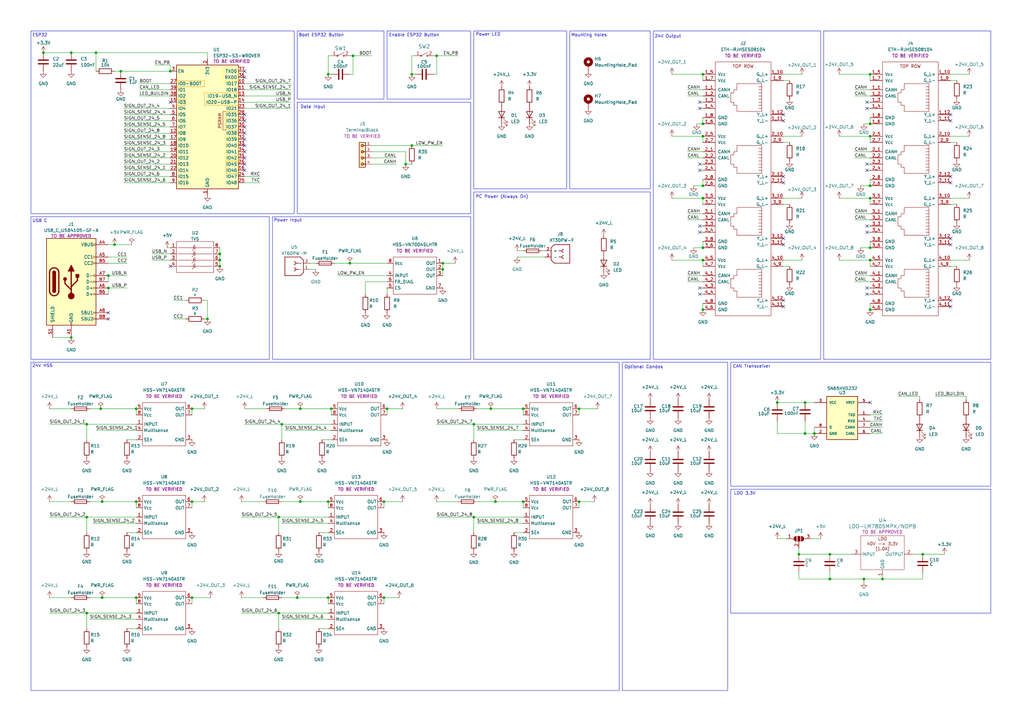
<source format=kicad_sch>
(kicad_sch (version 20231120) (generator "eeschema") (generator_version "8.0")
  (paper "A3")
  (title_block (title "PDB") (date "2024-12-06") (rev "REV-0") (company "Rovus - RobotiqueUdeS") (comment 1 "Made by Philippe Michaud") (comment 2 "PCB to control multiples current outputs with canbus"))
  (junction (at 144.78 22.86))
  (junction (at 90.17 106.68))
  (junction (at 134.62 245.11))
  (junction (at 168.91 30.48))
  (junction (at 356.87 55.88))
  (junction (at 354.33 237.49))
  (junction (at 214.63 205.74))
  (junction (at 330.2 165.1))
  (junction (at 181.61 110.49))
  (junction (at 55.88 167.64))
  (junction (at 135.89 167.64))
  (junction (at 288.29 81.28))
  (junction (at 194.31 212.09))
  (junction (at 356.87 81.28))
  (junction (at 356.87 30.48))
  (junction (at 44.45 118.11))
  (junction (at 288.29 30.48))
  (junction (at 166.37 67.31))
  (junction (at 168.91 59.69))
  (junction (at 157.48 245.11))
  (junction (at 69.85 29.21))
  (junction (at 288.29 101.6))
  (junction (at 288.29 50.8))
  (junction (at 17.78 21.59))
  (junction (at 356.87 101.6))
  (junction (at 288.29 106.68))
  (junction (at 378.46 227.33))
  (junction (at 90.17 109.22))
  (junction (at 29.21 138.43))
  (junction (at 55.88 205.74))
  (junction (at 356.87 76.2))
  (junction (at 114.3 212.09))
  (junction (at 115.57 173.99))
  (junction (at 330.2 177.8))
  (junction (at 361.95 237.49))
  (junction (at 44.45 113.03))
  (junction (at 340.36 237.49))
  (junction (at 318.77 165.1))
  (junction (at 203.2 205.74))
  (junction (at 340.36 227.33))
  (junction (at 29.21 21.59))
  (junction (at 288.29 76.2))
  (junction (at 35.56 251.46))
  (junction (at 237.49 167.64))
  (junction (at 356.87 106.68))
  (junction (at 327.66 227.33))
  (junction (at 41.91 205.74))
  (junction (at 35.56 173.99))
  (junction (at 123.19 205.74))
  (junction (at 123.19 167.64))
  (junction (at 114.3 251.46))
  (junction (at 134.62 30.48))
  (junction (at 356.87 50.8))
  (junction (at 201.295 167.64))
  (junction (at 181.61 107.95))
  (junction (at 35.56 212.09))
  (junction (at 41.275 167.64))
  (junction (at 356.87 127))
  (junction (at 288.29 127))
  (junction (at 46.99 100.33))
  (junction (at 134.62 205.74))
  (junction (at 334.01 177.8))
  (junction (at 143.51 107.95))
  (junction (at 78.74 205.74))
  (junction (at 214.63 167.64))
  (junction (at 157.48 205.74))
  (junction (at 121.92 245.11))
  (junction (at 90.17 104.14))
  (junction (at 194.31 173.99))
  (junction (at 158.75 167.64))
  (junction (at 288.29 55.88))
  (junction (at 237.49 205.74))
  (junction (at 49.53 29.21))
  (junction (at 179.07 22.86))
  (junction (at 39.37 21.59))
  (junction (at 78.74 167.64))
  (junction (at 41.91 245.11))
  (junction (at 55.88 245.11))
  (junction (at 85.09 130.81))
  (junction (at 78.74 245.11))
  (no_connect (at 389.89 100.33))
  (no_connect (at 321.31 100.33))
  (no_connect (at 287.02 92.71))
  (no_connect (at 287.02 95.25))
  (no_connect (at 44.45 130.81))
  (no_connect (at 355.6 67.31))
  (no_connect (at 100.33 64.77))
  (no_connect (at 100.33 46.99))
  (no_connect (at 100.33 31.75))
  (no_connect (at 355.6 92.71))
  (no_connect (at 287.02 41.91))
  (no_connect (at 287.02 118.11))
  (no_connect (at 100.33 62.23))
  (no_connect (at 389.89 46.99))
  (no_connect (at 44.45 128.27))
  (no_connect (at 321.31 49.53))
  (no_connect (at 100.33 49.53))
  (no_connect (at 321.31 97.79))
  (no_connect (at 100.33 52.07))
  (no_connect (at 321.31 46.99))
  (no_connect (at 355.6 95.25))
  (no_connect (at 100.33 69.85))
  (no_connect (at 389.89 123.19))
  (no_connect (at 389.89 72.39))
  (no_connect (at 100.33 57.15))
  (no_connect (at 389.89 49.53))
  (no_connect (at 100.33 59.69))
  (no_connect (at 321.31 74.93))
  (no_connect (at 355.6 44.45))
  (no_connect (at 287.02 120.65))
  (no_connect (at 355.6 118.11))
  (no_connect (at 356.87 165.1))
  (no_connect (at 355.6 41.91))
  (no_connect (at 355.6 69.85))
  (no_connect (at 389.89 97.79))
  (no_connect (at 355.6 120.65))
  (no_connect (at 100.33 67.31))
  (no_connect (at 321.31 123.19))
  (no_connect (at 287.02 44.45))
  (no_connect (at 321.31 125.73))
  (no_connect (at 100.33 54.61))
  (no_connect (at 287.02 67.31))
  (no_connect (at 287.02 69.85))
  (no_connect (at 389.89 125.73))
  (no_connect (at 69.85 109.22))
  (no_connect (at 321.31 72.39))
  (no_connect (at 389.89 74.93))
  (no_connect (at 100.33 29.21))
  (no_connect (at 69.85 41.91))
  (wire (pts (xy 132.08 180.34) (xy 135.89 180.34)))
  (wire (pts (xy 361.95 175.26) (xy 356.87 175.26)))
  (wire (pts (xy 49.53 29.21) (xy 69.85 29.21)))
  (wire (pts (xy 38.1 214.63) (xy 55.88 214.63)))
  (wire (pts (xy 194.31 173.99) (xy 194.31 180.34)))
  (wire (pts (xy 50.8 64.77) (xy 69.85 64.77)))
  (wire (pts (xy 50.8 69.85) (xy 69.85 69.85)))
  (wire (pts (xy 50.8 72.39) (xy 69.85 72.39)))
  (wire (pts (xy 318.77 172.72) (xy 318.77 177.8)))
  (wire (pts (xy 76.2 123.19) (xy 71.12 123.19)))
  (wire (pts (xy 355.6 120.65) (xy 356.87 120.65)))
  (wire (pts (xy 344.17 30.48) (xy 356.87 30.48)))
  (wire (pts (xy 115.57 245.11) (xy 121.92 245.11)))
  (wire (pts (xy 387.35 227.33) (xy 378.46 227.33)))
  (wire (pts (xy 288.29 99.06) (xy 288.29 101.6)))
  (wire (pts (xy 275.59 30.48) (xy 288.29 30.48)))
  (wire (pts (xy 275.59 81.28) (xy 288.29 81.28)))
  (wire (pts (xy 62.23 106.68) (xy 69.85 106.68)))
  (wire (pts (xy 20.32 173.99) (xy 35.56 173.99)))
  (wire (pts (xy 281.94 90.17) (xy 288.29 90.17)))
  (wire (pts (xy 287.02 92.71) (xy 288.29 92.71)))
  (wire (pts (xy 210.82 218.44) (xy 214.63 218.44)))
  (wire (pts (xy 340.36 237.49) (xy 354.33 237.49)))
  (wire (pts (xy 44.45 118.11) (xy 52.07 118.11)))
  (wire (pts (xy 318.77 165.1) (xy 330.2 165.1)))
  (wire (pts (xy 119.38 36.83) (xy 100.33 36.83)))
  (wire (pts (xy 340.36 227.33) (xy 327.66 227.33)))
  (wire (pts (xy 194.31 173.99) (xy 214.63 173.99)))
  (wire (pts (xy 353.06 101.6) (xy 356.87 101.6)))
  (wire (pts (xy 355.6 95.25) (xy 356.87 95.25)))
  (wire (pts (xy 179.07 173.99) (xy 194.31 173.99)))
  (wire (pts (xy 143.51 107.95) (xy 158.75 107.95)))
  (wire (pts (xy 340.36 227.33) (xy 349.25 227.33)))
  (wire (pts (xy 168.91 30.48) (xy 168.91 22.86)))
  (wire (pts (xy 281.94 62.23) (xy 288.29 62.23)))
  (wire (pts (xy 35.56 212.09) (xy 55.88 212.09)))
  (wire (pts (xy 361.95 237.49) (xy 378.46 237.49)))
  (wire (pts (xy 195.58 214.63) (xy 214.63 214.63)))
  (wire (pts (xy 212.09 102.87) (xy 214.63 102.87)))
  (wire (pts (xy 179.07 22.86) (xy 187.96 22.86)))
  (wire (pts (xy 214.63 205.74) (xy 214.63 208.28)))
  (wire (pts (xy 41.275 167.64) (xy 55.88 167.64)))
  (wire (pts (xy 281.94 115.57) (xy 288.29 115.57)))
  (wire (pts (xy 350.52 87.63) (xy 356.87 87.63)))
  (wire (pts (xy 39.37 21.59) (xy 85.09 21.59)))
  (wire (pts (xy 158.75 120.65) (xy 158.75 118.11)))
  (wire (pts (xy 166.37 62.23) (xy 152.4 62.23)))
  (wire (pts (xy 109.22 167.64) (xy 100.33 167.64)))
  (wire (pts (xy 85.09 130.81) (xy 83.82 130.81)))
  (wire (pts (xy 62.23 104.14) (xy 69.85 104.14)))
  (wire (pts (xy 179.07 30.48) (xy 177.8 30.48)))
  (wire (pts (xy 288.29 106.68) (xy 288.29 109.22)))
  (wire (pts (xy 355.6 69.85) (xy 356.87 69.85)))
  (wire (pts (xy 374.65 227.33) (xy 378.46 227.33)))
  (wire (pts (xy 50.8 57.15) (xy 69.85 57.15)))
  (wire (pts (xy 287.02 118.11) (xy 288.29 118.11)))
  (wire (pts (xy 52.07 257.81) (xy 55.88 257.81)))
  (wire (pts (xy 361.95 172.72) (xy 356.87 172.72)))
  (wire (pts (xy 85.09 123.19) (xy 85.09 130.81)))
  (wire (pts (xy 397.51 81.28) (xy 389.89 81.28)))
  (wire (pts (xy 162.56 67.31) (xy 152.4 67.31)))
  (wire (pts (xy 78.74 245.11) (xy 78.74 247.65)))
  (wire (pts (xy 281.94 113.03) (xy 288.29 113.03)))
  (wire (pts (xy 332.74 220.98) (xy 336.55 220.98)))
  (wire (pts (xy 195.58 176.53) (xy 214.63 176.53)))
  (wire (pts (xy 355.6 41.91) (xy 356.87 41.91)))
  (wire (pts (xy 114.3 251.46) (xy 114.3 257.81)))
  (wire (pts (xy 179.07 212.09) (xy 194.31 212.09)))
  (wire (pts (xy 35.56 173.99) (xy 55.88 173.99)))
  (wire (pts (xy 130.81 218.44) (xy 134.62 218.44)))
  (wire (pts (xy 328.93 106.68) (xy 321.31 106.68)))
  (wire (pts (xy 69.85 26.67) (xy 69.85 29.21)))
  (wire (pts (xy 100.33 173.99) (xy 115.57 173.99)))
  (wire (pts (xy 195.58 167.64) (xy 201.295 167.64)))
  (wire (pts (xy 356.87 106.68) (xy 356.87 109.22)))
  (wire (pts (xy 194.31 212.09) (xy 194.31 218.44)))
  (wire (pts (xy 119.38 39.37) (xy 100.33 39.37)))
  (wire (pts (xy 158.75 115.57) (xy 149.86 115.57)))
  (wire (pts (xy 287.02 44.45) (xy 288.29 44.45)))
  (wire (pts (xy 287.02 120.65) (xy 288.29 120.65)))
  (wire (pts (xy 356.87 81.28) (xy 356.87 83.82)))
  (wire (pts (xy 166.37 67.31) (xy 166.37 62.23)))
  (wire (pts (xy 83.82 123.19) (xy 85.09 123.19)))
  (wire (pts (xy 35.56 251.46) (xy 35.56 257.81)))
  (wire (pts (xy 344.17 55.88) (xy 356.87 55.88)))
  (wire (pts (xy 119.38 34.29) (xy 100.33 34.29)))
  (wire (pts (xy 149.86 115.57) (xy 149.86 120.65)))
  (wire (pts (xy 134.62 22.86) (xy 135.89 22.86)))
  (wire (pts (xy 144.78 22.86) (xy 143.51 22.86)))
  (wire (pts (xy 83.82 205.74) (xy 78.74 205.74)))
  (wire (pts (xy 350.52 90.17) (xy 356.87 90.17)))
  (wire (pts (xy 356.87 124.46) (xy 356.87 127)))
  (wire (pts (xy 50.8 62.23) (xy 69.85 62.23)))
  (wire (pts (xy 181.61 107.95) (xy 181.61 110.49)))
  (wire (pts (xy 356.87 177.8) (xy 361.95 177.8)))
  (wire (pts (xy 179.07 22.86) (xy 177.8 22.86)))
  (wire (pts (xy 44.45 118.11) (xy 44.45 120.65)))
  (wire (pts (xy 52.07 218.44) (xy 55.88 218.44)))
  (wire (pts (xy 50.8 54.61) (xy 69.85 54.61)))
  (wire (pts (xy 130.81 257.81) (xy 134.62 257.81)))
  (wire (pts (xy 121.92 245.11) (xy 134.62 245.11)))
  (wire (pts (xy 165.1 167.64) (xy 158.75 167.64)))
  (wire (pts (xy 285.75 50.8) (xy 288.29 50.8)))
  (wire (pts (xy 55.88 167.64) (xy 55.88 170.18)))
  (wire (pts (xy 41.91 245.11) (xy 55.88 245.11)))
  (wire (pts (xy 115.57 254) (xy 134.62 254)))
  (wire (pts (xy 44.45 105.41) (xy 52.07 105.41)))
  (wire (pts (xy 350.52 36.83) (xy 356.87 36.83)))
  (wire (pts (xy 114.3 212.09) (xy 134.62 212.09)))
  (wire (pts (xy 287.02 41.91) (xy 288.29 41.91)))
  (wire (pts (xy 119.38 44.45) (xy 100.33 44.45)))
  (wire (pts (xy 237.49 167.64) (xy 237.49 170.18)))
  (wire (pts (xy 222.25 102.87) (xy 223.52 102.87)))
  (wire (pts (xy 356.87 30.48) (xy 356.87 33.02)))
  (wire (pts (xy 281.94 87.63) (xy 288.29 87.63)))
  (wire (pts (xy 39.37 176.53) (xy 55.88 176.53)))
  (wire (pts (xy 106.68 74.93) (xy 100.33 74.93)))
  (wire (pts (xy 288.29 73.66) (xy 288.29 76.2)))
  (wire (pts (xy 78.74 167.64) (xy 83.82 167.64)))
  (wire (pts (xy 157.48 245.11) (xy 157.48 247.65)))
  (wire (pts (xy 134.62 205.74) (xy 134.62 208.28)))
  (wire (pts (xy 35.56 251.46) (xy 55.88 251.46)))
  (wire (pts (xy 99.06 251.46) (xy 114.3 251.46)))
  (wire (pts (xy 179.07 22.86) (xy 179.07 30.48)))
  (wire (pts (xy 356.87 55.88) (xy 356.87 58.42)))
  (wire (pts (xy 90.17 104.14) (xy 90.17 106.68)))
  (wire (pts (xy 115.57 205.74) (xy 123.19 205.74)))
  (wire (pts (xy 201.295 167.64) (xy 214.63 167.64)))
  (wire (pts (xy 29.21 205.74) (xy 20.32 205.74)))
  (wire (pts (xy 168.91 30.48) (xy 170.18 30.48)))
  (wire (pts (xy 90.17 101.6) (xy 90.17 104.14)))
  (wire (pts (xy 157.48 205.74) (xy 157.48 208.28)))
  (wire (pts (xy 106.68 72.39) (xy 100.33 72.39)))
  (wire (pts (xy 323.85 33.02) (xy 321.31 33.02)))
  (wire (pts (xy 57.15 36.83) (xy 69.85 36.83)))
  (wire (pts (xy 163.83 245.11) (xy 157.48 245.11)))
  (wire (pts (xy 168.91 59.69) (xy 181.61 59.69)))
  (wire (pts (xy 115.57 173.99) (xy 135.89 173.99)))
  (wire (pts (xy 397.51 106.68) (xy 389.89 106.68)))
  (wire (pts (xy 355.6 92.71) (xy 356.87 92.71)))
  (wire (pts (xy 36.83 167.64) (xy 41.275 167.64)))
  (wire (pts (xy 368.3 162.56) (xy 377.19 162.56)))
  (wire (pts (xy 350.52 62.23) (xy 356.87 62.23)))
  (wire (pts (xy 123.19 167.64) (xy 135.89 167.64)))
  (wire (pts (xy 162.56 64.77) (xy 152.4 64.77)))
  (wire (pts (xy 327.66 237.49) (xy 340.36 237.49)))
  (wire (pts (xy 318.77 177.8) (xy 330.2 177.8)))
  (wire (pts (xy 78.74 245.11) (xy 86.36 245.11)))
  (wire (pts (xy 383.54 162.56) (xy 396.24 162.56)))
  (wire (pts (xy 334.01 177.8) (xy 330.2 177.8)))
  (wire (pts (xy 123.19 205.74) (xy 134.62 205.74)))
  (wire (pts (xy 203.2 205.74) (xy 214.63 205.74)))
  (wire (pts (xy 392.43 33.02) (xy 389.89 33.02)))
  (wire (pts (xy 50.8 44.45) (xy 69.85 44.45)))
  (wire (pts (xy 284.48 76.2) (xy 288.29 76.2)))
  (wire (pts (xy 377.19 162.56) (xy 377.19 163.83)))
  (wire (pts (xy 17.78 21.59) (xy 29.21 21.59)))
  (wire (pts (xy 57.15 34.29) (xy 69.85 34.29)))
  (wire (pts (xy 392.43 83.82) (xy 389.89 83.82)))
  (wire (pts (xy 63.5 26.67) (xy 69.85 26.67)))
  (wire (pts (xy 99.06 212.09) (xy 114.3 212.09)))
  (wire (pts (xy 237.49 167.64) (xy 245.11 167.64)))
  (wire (pts (xy 214.63 167.64) (xy 214.63 170.18)))
  (wire (pts (xy 323.85 83.82) (xy 321.31 83.82)))
  (wire (pts (xy 35.56 173.99) (xy 35.56 180.34)))
  (wire (pts (xy 353.06 76.2) (xy 356.87 76.2)))
  (wire (pts (xy 134.62 30.48) (xy 134.62 22.86)))
  (wire (pts (xy 78.74 167.64) (xy 78.74 170.18)))
  (wire (pts (xy 168.91 22.86) (xy 170.18 22.86)))
  (wire (pts (xy 107.95 205.74) (xy 99.06 205.74)))
  (wire (pts (xy 114.3 251.46) (xy 134.62 251.46)))
  (wire (pts (xy 166.37 67.31) (xy 168.91 67.31)))
  (wire (pts (xy 281.94 39.37) (xy 288.29 39.37)))
  (wire (pts (xy 144.78 22.86) (xy 152.4 22.86)))
  (wire (pts (xy 44.45 113.03) (xy 44.45 115.57)))
  (wire (pts (xy 41.91 205.74) (xy 55.88 205.74)))
  (wire (pts (xy 396.24 162.56) (xy 396.24 163.83)))
  (wire (pts (xy 275.59 106.68) (xy 288.29 106.68)))
  (wire (pts (xy 115.57 214.63) (xy 134.62 214.63)))
  (wire (pts (xy 29.21 245.11) (xy 20.32 245.11)))
  (wire (pts (xy 35.56 212.09) (xy 35.56 218.44)))
  (wire (pts (xy 210.82 180.34) (xy 214.63 180.34)))
  (wire (pts (xy 350.52 113.03) (xy 356.87 113.03)))
  (wire (pts (xy 85.09 24.13) (xy 85.09 21.59)))
  (wire (pts (xy 355.6 118.11) (xy 356.87 118.11)))
  (wire (pts (xy 288.29 48.26) (xy 288.29 50.8)))
  (wire (pts (xy 107.95 245.11) (xy 99.06 245.11)))
  (wire (pts (xy 328.93 81.28) (xy 321.31 81.28)))
  (wire (pts (xy 356.87 99.06) (xy 356.87 101.6)))
  (wire (pts (xy 243.84 205.74) (xy 237.49 205.74)))
  (wire (pts (xy 50.8 59.69) (xy 69.85 59.69)))
  (wire (pts (xy 115.57 173.99) (xy 115.57 180.34)))
  (wire (pts (xy 397.51 30.48) (xy 389.89 30.48)))
  (wire (pts (xy 168.91 59.69) (xy 152.4 59.69)))
  (wire (pts (xy 378.46 237.49) (xy 378.46 234.95)))
  (wire (pts (xy 237.49 205.74) (xy 237.49 208.28)))
  (wire (pts (xy 328.93 30.48) (xy 321.31 30.48)))
  (wire (pts (xy 137.16 107.95) (xy 143.51 107.95)))
  (wire (pts (xy 71.12 130.81) (xy 76.2 130.81)))
  (wire (pts (xy 392.43 58.42) (xy 389.89 58.42)))
  (wire (pts (xy 354.33 237.49) (xy 361.95 237.49)))
  (wire (pts (xy 36.83 254) (xy 55.88 254)))
  (wire (pts (xy 195.58 205.74) (xy 203.2 205.74)))
  (wire (pts (xy 50.8 74.93) (xy 69.85 74.93)))
  (wire (pts (xy 355.6 67.31) (xy 356.87 67.31)))
  (wire (pts (xy 138.43 113.03) (xy 158.75 113.03)))
  (wire (pts (xy 116.84 176.53) (xy 135.89 176.53)))
  (wire (pts (xy 144.78 22.86) (xy 144.78 30.48)))
  (wire (pts (xy 397.51 55.88) (xy 389.89 55.88)))
  (wire (pts (xy 157.48 205.74) (xy 165.1 205.74)))
  (wire (pts (xy 356.87 48.26) (xy 356.87 50.8)))
  (wire (pts (xy 327.66 237.49) (xy 327.66 234.95)))
  (wire (pts (xy 344.17 81.28) (xy 356.87 81.28)))
  (wire (pts (xy 355.6 44.45) (xy 356.87 44.45)))
  (wire (pts (xy 44.45 107.95) (xy 52.07 107.95)))
  (wire (pts (xy 288.29 30.48) (xy 288.29 33.02)))
  (wire (pts (xy 284.48 101.6) (xy 288.29 101.6)))
  (wire (pts (xy 330.2 165.1) (xy 334.01 165.1)))
  (wire (pts (xy 212.09 105.41) (xy 223.52 105.41)))
  (wire (pts (xy 323.85 58.42) (xy 321.31 58.42)))
  (wire (pts (xy 20.32 212.09) (xy 35.56 212.09)))
  (wire (pts (xy 288.29 55.88) (xy 288.29 58.42)))
  (wire (pts (xy 186.69 107.95) (xy 181.61 107.95)))
  (wire (pts (xy 187.96 205.74) (xy 179.07 205.74)))
  (wire (pts (xy 340.36 237.49) (xy 340.36 234.95)))
  (wire (pts (xy 350.52 115.57) (xy 356.87 115.57)))
  (wire (pts (xy 392.43 109.22) (xy 389.89 109.22)))
  (wire (pts (xy 134.62 30.48) (xy 135.89 30.48)))
  (wire (pts (xy 46.99 100.33) (xy 53.975 100.33)))
  (wire (pts (xy 39.37 21.59) (xy 39.37 29.21)))
  (wire (pts (xy 129.54 107.95) (xy 127 107.95)))
  (wire (pts (xy 20.32 251.46) (xy 35.56 251.46)))
  (wire (pts (xy 50.8 49.53) (xy 69.85 49.53)))
  (wire (pts (xy 50.8 46.99) (xy 69.85 46.99)))
  (wire (pts (xy 344.17 106.68) (xy 356.87 106.68)))
  (wire (pts (xy 116.84 167.64) (xy 123.19 167.64)))
  (wire (pts (xy 144.78 30.48) (xy 143.51 30.48)))
  (wire (pts (xy 29.21 167.64) (xy 20.32 167.64)))
  (wire (pts (xy 46.99 29.21) (xy 49.53 29.21)))
  (wire (pts (xy 50.8 67.31) (xy 69.85 67.31)))
  (wire (pts (xy 90.17 106.68) (xy 90.17 109.22)))
  (wire (pts (xy 129.54 110.49) (xy 127 110.49)))
  (wire (pts (xy 55.88 205.74) (xy 55.88 208.28)))
  (wire (pts (xy 287.02 69.85) (xy 288.29 69.85)))
  (wire (pts (xy 29.21 21.59) (xy 39.37 21.59)))
  (wire (pts (xy 36.83 245.11) (xy 41.91 245.11)))
  (wire (pts (xy 55.88 245.11) (xy 55.88 247.65)))
  (wire (pts (xy 328.93 55.88) (xy 321.31 55.88)))
  (wire (pts (xy 288.29 124.46) (xy 288.29 127)))
  (wire (pts (xy 287.02 95.25) (xy 288.29 95.25)))
  (wire (pts (xy 281.94 36.83) (xy 288.29 36.83)))
  (wire (pts (xy 318.77 220.98) (xy 322.58 220.98)))
  (wire (pts (xy 323.85 109.22) (xy 321.31 109.22)))
  (wire (pts (xy 114.3 212.09) (xy 114.3 218.44)))
  (wire (pts (xy 350.52 39.37) (xy 356.87 39.37)))
  (wire (pts (xy 361.95 170.18) (xy 356.87 170.18)))
  (wire (pts (xy 281.94 64.77) (xy 288.29 64.77)))
  (wire (pts (xy 135.89 167.64) (xy 135.89 170.18)))
  (wire (pts (xy 356.87 73.66) (xy 356.87 76.2)))
  (wire (pts (xy 350.52 64.77) (xy 356.87 64.77)))
  (wire (pts (xy 287.02 67.31) (xy 288.29 67.31)))
  (wire (pts (xy 52.07 180.34) (xy 55.88 180.34)))
  (wire (pts (xy 275.59 55.88) (xy 288.29 55.88)))
  (wire (pts (xy 194.31 212.09) (xy 214.63 212.09)))
  (wire (pts (xy 36.83 205.74) (xy 41.91 205.74)))
  (wire (pts (xy 158.75 167.64) (xy 158.75 170.18)))
  (wire (pts (xy 57.15 39.37) (xy 69.85 39.37)))
  (wire (pts (xy 354.33 237.49) (xy 354.33 238.76)))
  (wire (pts (xy 327.66 224.79) (xy 327.66 227.33)))
  (wire (pts (xy 330.2 172.72) (xy 330.2 177.8)))
  (wire (pts (xy 100.33 41.91) (xy 119.38 41.91)))
  (wire (pts (xy 21.59 138.43) (xy 29.21 138.43)))
  (wire (pts (xy 354.33 50.8) (xy 356.87 50.8)))
  (wire (pts (xy 44.45 100.33) (xy 46.99 100.33)))
  (wire (pts (xy 288.29 81.28) (xy 288.29 83.82)))
  (wire (pts (xy 52.07 113.03) (xy 44.45 113.03)))
  (wire (pts (xy 334.01 175.26) (xy 334.01 177.8)))
  (wire (pts (xy 187.96 167.64) (xy 179.07 167.64)))
  (wire (pts (xy 68.58 101.6) (xy 69.85 101.6)))
  (wire (pts (xy 181.61 110.49) (xy 181.61 113.03)))
  (wire (pts (xy 50.8 52.07) (xy 69.85 52.07)))
  (wire (pts (xy 134.62 245.11) (xy 134.62 247.65)))
  (wire (pts (xy 78.74 205.74) (xy 78.74 208.28)))
  (rectangle (start 12.7 88.9) (end 110.49 147.32))
  (rectangle (start 111.76 88.9) (end 193.04 147.32))
  (rectangle (start 12.7 12.7) (end 120.65 87.63))
  (rectangle (start 121.92 41.91) (end 193.04 87.63))
  (rectangle (start 194.31 12.7) (end 232.41 77.47))
  (rectangle (start 233.68 12.7) (end 266.7 77.47))
  (rectangle (start 299.72 148.59) (end 406.4 199.39))
  (rectangle (start 337.82 12.7) (end 406.4 147.32))
  (rectangle (start 121.92 12.7) (end 157.48 40.64))
  (rectangle (start 194.31 78.74) (end 266.7 147.32))
  (rectangle (start 299.72 200.66) (end 406.4 251.46))
  (rectangle (start 158.75 12.7) (end 193.04 40.64))
  (rectangle (start 255.27 148.59) (end 298.45 283.21))
  (rectangle (start 12.7 148.59) (end 254 283.21))
  (rectangle (start 267.97 12.7) (end 336.55 147.32))
  (text "Boot ESP32 Button" (at 122.428 14.478 0) (effects (font (size 1.27 1.27)) (justify left)))
  (text "Mounting holes" (at 234.188 14.478 0) (effects (font (size 1.27 1.27)) (justify left)))
  (text "Data Input" (at 123.19 43.942 0) (effects (font (size 1.27 1.27)) (justify left)))
  (text "ESP32" (at 13.208 14.478 0) (effects (font (size 1.27 1.27)) (justify left)))
  (text "USB C" (at 13.208 90.678 0) (effects (font (size 1.27 1.27)) (justify left)))
  (text "24V Output" (at 268.478 14.986 0) (effects (font (size 1.27 1.27)) (justify left)))
  (text "CAN Transceiver" (at 300.482 150.368 0) (effects (font (size 1.27 1.27)) (justify left)))
  (text "24V HSS\n" (at 13.208 150.114 0) (effects (font (size 1.27 1.27)) (justify left)))
  (text "Power Input" (at 112.268 90.424 0) (effects (font (size 1.27 1.27)) (justify left)))
  (text "Enable ESP32 Button" (at 159.512 14.478 0) (effects (font (size 1.27 1.27)) (justify left)))
  (text "Power LED" (at 195.072 14.224 0) (effects (font (size 1.27 1.27)) (justify left)))
  (text "LDO 3.3V" (at 300.99 202.438 0) (effects (font (size 1.27 1.27)) (justify left)))
  (text "Optional Condos" (at 256.032 150.622 0) (effects (font (size 1.27 1.27)) (justify left)))
  (text "PC Power (Always On)" (at 195.072 80.772 0) (effects (font (size 1.27 1.27)) (justify left)))
  (label "RXC" (at 106.68 72.39 180))
  (label "BOOT" (at 57.15 34.29 0))
  (label "SIGN_SENSE_24_4" (at 50.8 46.99 0))
  (label "CANH" (at 361.95 175.26 180))
  (label "CANL" (at 350.52 39.37 0))
  (label "SIGN_OUT_24_2" (at 20.32 212.09 0))
  (label "SIGN_OUT_24_3" (at 20.32 251.46 0))
  (label "CANH" (at 350.52 62.23 0))
  (label "USB_P" (at 119.38 41.91 180))
  (label "SIGN_OUT_24_8" (at 50.8 54.61 0))
  (label "SIGN_OUT_24_6" (at 50.8 72.39 0))
  (label "SIGN_SENSE_24_3" (at 36.83 254 0))
  (label "CANH" (at 350.52 36.83 0))
  (label "CANH" (at 281.94 87.63 0))
  (label "SIGN_SENSE_24_6" (at 115.57 254 0))
  (label "EN_PB" (at 63.5 26.67 0))
  (label "SIGN_OUT_24_7" (at 119.38 34.29 180))
  (label "SIGN_OUT_24_5" (at 99.06 212.09 0))
  (label "SIGN_OUT_24_7" (at 179.07 173.99 0))
  (label "SIGN_SENSE_24_2" (at 50.8 64.77 0))
  (label "LED_BUILDIN" (at 383.54 162.56 0))
  (label "CANH" (at 281.94 113.03 0))
  (label "SIGN_SENSE_24_5" (at 115.57 214.63 0))
  (label "SIGN_SENSE_24_6" (at 50.8 74.93 0))
  (label "CANL" (at 350.52 64.77 0))
  (label "USB_N" (at 119.38 39.37 180))
  (label "CAN_LED" (at 57.15 36.83 0))
  (label "CAN_LED" (at 368.3 162.56 0))
  (label "SIGN_OUT_24_2" (at 50.8 67.31 0))
  (label "BOOT" (at 152.4 22.86 180))
  (label "SIGN_SENSE_24_1" (at 39.37 176.53 0))
  (label "CANL" (at 361.95 177.8 180))
  (label "EN_PB" (at 187.96 22.86 180))
  (label "SIGN_SENSE_24_5" (at 50.8 52.07 0))
  (label "CANH" (at 162.56 67.31 180))
  (label "SIGN_OUT_24_6" (at 99.06 251.46 0))
  (label "SIGN_SENSE_24_8" (at 195.58 214.63 0))
  (label "CANL" (at 350.52 115.57 0))
  (label "CANH" (at 281.94 36.83 0))
  (label "SIGN_OUT_24_3" (at 50.8 62.23 0))
  (label "SIGN_SENSE_24_3" (at 50.8 59.69 0))
  (label "SIGN_SENSE_24_7" (at 119.38 36.83 180))
  (label "USB_P" (at 52.07 118.11 180))
  (label "SIGN_OUT_24_1" (at 119.38 44.45 180))
  (label "LOW_PW_EN" (at 138.43 113.03 0))
  (label "CANH" (at 281.94 62.23 0))
  (label "SIGN_SENSE_24_1" (at 50.8 69.85 0))
  (label "CANL" (at 281.94 64.77 0))
  (label "SIGN_SENSE_24_7" (at 195.58 176.53 0))
  (label "TXC" (at 106.68 74.93 180))
  (label "USB_P" (at 62.23 106.68 0))
  (label "USB_N" (at 62.23 104.14 0))
  (label "CC1" (at 52.07 105.41 180))
  (label "CC2" (at 52.07 107.95 180))
  (label "CC2" (at 71.12 130.81 0))
  (label "TXC" (at 361.95 172.72 180))
  (label "SIGN_OUT_24_5" (at 50.8 49.53 0))
  (label "CC1" (at 71.12 123.19 0))
  (label "CANH" (at 350.52 87.63 0))
  (label "SIGN_OUT_24_8" (at 179.07 212.09 0))
  (label "CANL" (at 281.94 115.57 0))
  (label "CANL" (at 281.94 39.37 0))
  (label "SIGN_OUT_24_4" (at 100.33 173.99 0))
  (label "LED_BUILDIN" (at 57.15 39.37 0))
  (label "SIGN_SENSE_24_4" (at 116.84 176.53 0))
  (label "CANL" (at 281.94 90.17 0))
  (label "LOW_PW_EN" (at 181.61 59.69 180))
  (label "SIGN_OUT_24_4" (at 50.8 44.45 0))
  (label "RXC" (at 361.95 170.18 180))
  (label "CANH" (at 350.52 113.03 0))
  (label "SIGN_SENSE_24_2" (at 38.1 214.63 0))
  (label "CANL" (at 162.56 64.77 180))
  (label "USB_N" (at 52.07 113.03 180))
  (label "SIGN_SENSE_24_8" (at 50.8 57.15 0))
  (label "CANL" (at 350.52 90.17 0))
  (label "SIGN_OUT_24_1" (at 20.32 173.99 0))
  (symbol (lib_id "0_RoverLibrary:C-100nF") (at 173.99 30.48 90) (unit 1)
    (property "Reference" "C5" (at 173.99 25.4 90))
    (property "Value" "100nF" (at 173.99 27.178 90))
    (property "Footprint" "Capacitor_SMD:C_0805_2012Metric_Pad1.18x1.45mm_HandSolder" (effects (hide yes)))
    (property "Description" "Unpolarized capacitor" (effects (hide yes)))
  )
  (symbol (lib_id "power:GND") (at 90.17 109.22 0) (unit 1)
    (property "Reference" "#PWR011" (effects (hide yes)))
    (property "Value" "GND" (at 90.17 114.3 0))
    (property "Description" "Power symbol creates a global label with name \"GND\" , ground" (effects (hide yes)))
  )
  (symbol (lib_id "power:GND") (at 284.48 76.2 0) (unit 1)
    (property "Reference" "#PWR039" (effects (hide yes)))
    (property "Value" "GND" (at 284.48 79.756 0))
    (property "Description" "Power symbol creates a global label with name \"GND\" , ground" (effects (hide yes)))
  )
  (symbol (lib_id "Device:R") (at 323.85 87.63 180) (unit 1)
    (property "Reference" "R21" (at 326.39 86.3599 0) (effects (justify right)))
    (property "Value" "R" (at 326.39 88.8999 0) (effects (justify right)))
    (property "Footprint" "Resistor_SMD:R_0805_2012Metric_Pad1.20x1.40mm_HandSolder" (effects (hide yes)))
    (property "Description" "Resistor" (effects (hide yes)))
  )
  (symbol (lib_id "power:+24V") (at 20.32 205.74 0) (unit 1)
    (property "Reference" "#PWR052" (effects (hide yes)))
    (property "Value" "+24V_L" (at 20.32 200.66 0))
    (property "Description" "Power symbol creates a global label with name \"+24V\"" (effects (hide yes)))
  )
  (symbol (lib_id "Device:R") (at 130.81 261.62 0) (unit 1)
    (property "Reference" "R34" (at 132.334 260.35 0) (effects (justify left)))
    (property "Value" "R" (at 132.334 262.89 0) (effects (justify left)))
    (property "Footprint" "Resistor_SMD:R_0805_2012Metric_Pad1.20x1.40mm_HandSolder" (effects (hide yes)))
    (property "Description" "Resistor" (effects (hide yes)))
  )
  (symbol (lib_id "Device:R") (at 323.85 36.83 180) (unit 1)
    (property "Reference" "R17" (at 326.39 35.5599 0) (effects (justify right)))
    (property "Value" "R" (at 326.39 38.0999 0) (effects (justify right)))
    (property "Footprint" "Resistor_SMD:R_0805_2012Metric_Pad1.20x1.40mm_HandSolder" (effects (hide yes)))
    (property "Description" "Resistor" (effects (hide yes)))
  )
  (symbol (lib_id "0_RoverLibrary:C-10uF") (at 318.77 168.91 0) (unit 1)
    (property "Reference" "C6" (at 313.182 167.894 0) (effects (justify left)))
    (property "Value" "10uF" (at 315.722 169.672 0) (effects (justify right)))
    (property "Footprint" "Capacitor_SMD:C_0805_2012Metric_Pad1.18x1.45mm_HandSolder" (effects (hide yes)))
    (property "Description" "Unpolarized capacitor" (effects (hide yes)))
  )
  (symbol (lib_id "Device:R") (at 114.3 222.25 0) (unit 1)
    (property "Reference" "R31" (at 115.824 220.98 0) (effects (justify left)))
    (property "Value" "R" (at 115.824 223.52 0) (effects (justify left)))
    (property "Footprint" "Resistor_SMD:R_0805_2012Metric_Pad1.20x1.40mm_HandSolder" (effects (hide yes)))
    (property "Description" "Resistor" (effects (hide yes)))
  )
  (symbol (lib_id "power:GND") (at 35.56 187.96 0) (unit 1)
    (property "Reference" "#PWR046" (effects (hide yes)))
    (property "Value" "GND" (at 35.56 193.04 0))
    (property "Description" "Power symbol creates a global label with name \"GND\" , ground" (effects (hide yes)))
  )
  (symbol (lib_id "Device:LED") (at 205.74 46.99 90) (unit 1)
    (property "Reference" "D1" (at 209.55 47.3074 90) (effects (justify right)))
    (property "Value" "LED" (at 209.55 49.8474 90) (effects (justify right)))
    (property "Footprint" "Diode_SMD:D_0805_2012Metric_Pad1.15x1.40mm_HandSolder" (effects (hide yes)))
    (property "Description" "Light emitting diode" (effects (hide yes)))
  )
  (symbol (lib_id "0_RoverLibrary:FuseHolder") (at 111.76 245.11 90) (unit 1)
    (property "Reference" "F11" (at 111.76 240.538 90))
    (property "Value" "FuseHolder" (at 111.76 243.078 90))
    (property "Footprint" "RoverFootprint:FUSE_3568-20" (effects (hide yes)))
    (property "Description" "Fuse" (effects (hide yes)))
    (property "STATUS" "APPROVED" (effects (hide yes)))
  )
  (symbol (lib_id "power:+24V") (at 245.11 167.64 0) (unit 1)
    (property "Reference" "#PWR096" (effects (hide yes)))
    (property "Value" "+24V_OUT_7" (at 245.11 162.56 0))
    (property "Description" "Power symbol creates a global label with name \"+24V\"" (effects (hide yes)))
  )
  (symbol (lib_id "power:GND") (at 29.21 138.43 0) (unit 1)
    (property "Reference" "#PWR09" (effects (hide yes)))
    (property "Value" "GND" (at 29.21 143.51 0))
    (property "Description" "Power symbol creates a global label with name \"GND\" , ground" (effects (hide yes)))
  )
  (symbol (lib_id "power:+24V") (at 217.17 35.56 0) (unit 1)
    (property "Reference" "#PWR030" (effects (hide yes)))
    (property "Value" "+3.3V" (at 217.17 30.48 0))
    (property "Description" "Power symbol creates a global label with name \"+24V\"" (effects (hide yes)))
  )
  (symbol (lib_id "power:+24V") (at 278.13 163.83 0) (unit 1)
    (property "Reference" "#PWR0123" (effects (hide yes)))
    (property "Value" "+24V_L" (at 278.13 158.75 0))
    (property "Description" "Power symbol creates a global label with name \"+24V\"" (effects (hide yes)))
  )
  (symbol (lib_id "power:+3.3V") (at 17.78 21.59 0) (unit 1)
    (property "Reference" "#PWR03" (effects (hide yes)))
    (property "Value" "+3.3V" (at 17.78 17.526 0))
    (property "Description" "Power symbol creates a global label with name \"+3.3V\"" (effects (hide yes)))
  )
  (symbol (lib_id "0_RoverLibrary:C-1uF") (at 49.53 33.02 0) (unit 1)
    (property "Reference" "C1" (at 52.832 32.258 0) (effects (justify left)))
    (property "Value" "1uF" (at 52.832 33.782 0) (effects (justify left)))
    (property "Footprint" "Capacitor_SMD:C_0805_2012Metric_Pad1.18x1.45mm_HandSolder" (effects (hide yes)))
    (property "Description" "Unpolarized capacitor" (effects (hide yes)))
  )
  (symbol (lib_id "0_RoverLibrary:ETH-RJHSE508104") (at 373.38 33.02 0) (unit 1)
    (property "Reference" "J4" (at 373.38 17.78 0))
    (property "Value" "ETH-RJHSE508104" (at 373.38 20.32 0))
    (property "Footprint" "RoverFootprint:ETH-RJHSE508104" (effects (hide yes)))
    (property "Datasheet" "https://www.sameskydevices.com/product/resource/crj036-5-th.pdf" (effects (hide yes)))
    (property "Description" "RJ connector, 8P8C (8 positions 8 connected), RJ31/RJ32/RJ33/RJ34/RJ35/RJ41/RJ45/RJ49/RJ61" (effects (hide yes)))
    (property "STATUS" "TO BE VERIFIED" (at 373.38 22.86 0))
  )
  (symbol (lib_id "power:GND") (at 278.13 171.45 0) (unit 1)
    (property "Reference" "#PWR0124" (effects (hide yes)))
    (property "Value" "GND" (at 278.13 176.53 0))
    (property "Description" "Power symbol creates a global label with name \"GND\" , ground" (effects (hide yes)))
  )
  (symbol (lib_id "0_RoverLibrary:TerminalBlock-4-691137710004") (at 148.59 57.15 0) (unit 1)
    (property "Reference" "J3" (at 148.59 50.8 0))
    (property "Value" "TerminalBlock" (at 148.59 53.34 0))
    (property "Footprint" "RoverFootprint:TerminalBlock-4_P5.00mm-691137710004" (effects (hide yes)))
    (property "Datasheet" "https://www.we-online.com/components/products/datasheet/691137710004.pdf" (effects (hide yes)))
    (property "WIRE" "12 to 30 (AWG) 3.31 to 0.05 (mm²)" (effects (hide yes)))
    (property "MOUNT" "THT" (effects (hide yes)))
    (property "IR-VDE" "24A" (effects (hide yes)))
    (property "IR-UL" "16A" (effects (hide yes)))
    (property "WORKING-VOLTAGE-UL" "300V(AC)" (effects (hide yes)))
    (property "PART-NUMBER" "691137710004" (effects (hide yes)))
    (property "DATASHEET-URL" "https://www.we-online.com/catalog/datasheet/691137710004.pdf" (effects (hide yes)))
    (property "PITCH" "5mm" (effects (hide yes)))
    (property "PINS" "4" (effects (hide yes)))
    (property "WORKING-VOLTAGE-VDE" "250V(AC)" (effects (hide yes)))
    (property "TYPE" "Horizontal" (effects (hide yes)))
    (property "STATUS" "TO BE VERIFIED" (at 148.59 55.88 0))
    (property "Digikey" "https://www.digikey.ca/en/products/detail/w%C3%BCrth-elektronik/691137710004/6644053" (effects (hide yes)))
  )
  (symbol (lib_id "0_RoverLibrary:R-10k") (at 43.18 29.21 90) (unit 1)
    (property "Reference" "R1" (at 43.18 24.892 90))
    (property "Value" "10k" (at 43.18 26.67 90))
    (property "Footprint" "Resistor_SMD:R_0805_2012Metric_Pad1.20x1.40mm_HandSolder" (effects (hide yes)))
    (property "Description" "Resistor" (effects (hide yes)))
  )
  (symbol (lib_id "power:GND") (at 35.56 265.43 0) (unit 1)
    (property "Reference" "#PWR054" (effects (hide yes)))
    (property "Value" "GND" (at 35.56 270.51 0))
    (property "Description" "Power symbol creates a global label with name \"GND\" , ground" (effects (hide yes)))
  )
  (symbol (lib_id "power:GND") (at 205.74 50.8 0) (unit 1)
    (property "Reference" "#PWR027" (effects (hide yes)))
    (property "Value" "GND" (at 205.74 55.88 0))
    (property "Description" "Power symbol creates a global label with name \"GND\" , ground" (effects (hide yes)))
  )
  (symbol (lib_id "power:+24V") (at 290.83 185.42 0) (unit 1)
    (property "Reference" "#PWR0111" (effects (hide yes)))
    (property "Value" "+24V_L" (at 290.83 180.34 0))
    (property "Description" "Power symbol creates a global label with name \"+24V\"" (effects (hide yes)))
  )
  (symbol (lib_id "power:GND") (at 396.24 179.07 0) (unit 1)
    (property "Reference" "#PWR032" (effects (hide yes)))
    (property "Value" "GND" (at 396.24 184.15 0))
    (property "Description" "Power symbol creates a global label with name \"GND\" , ground" (effects (hide yes)))
  )
  (symbol (lib_id "power:GND") (at 210.82 187.96 0) (unit 1)
    (property "Reference" "#PWR091" (effects (hide yes)))
    (property "Value" "GND" (at 210.82 193.04 0))
    (property "Description" "Power symbol creates a global label with name \"GND\" , ground" (effects (hide yes)))
  )
  (symbol (lib_id "power:GND") (at 334.01 177.8 0) (unit 1)
    (property "Reference" "#PWR019" (effects (hide yes)))
    (property "Value" "GND" (at 334.01 182.88 0))
    (property "Description" "Power symbol creates a global label with name \"GND\" , ground" (effects (hide yes)))
  )
  (symbol (lib_id "power:GND") (at 392.43 91.44 0) (unit 1)
    (property "Reference" "#PWR085" (effects (hide yes)))
    (property "Value" "GND" (at 392.43 94.996 0))
    (property "Description" "Power symbol creates a global label with name \"GND\" , ground" (effects (hide yes)))
  )
  (symbol (lib_id "power:+3.3V") (at 387.35 227.33 0) (unit 1)
    (property "Reference" "#PWR025" (effects (hide yes)))
    (property "Value" "+3.3V" (at 387.35 223.266 0))
    (property "Description" "Power symbol creates a global label with name \"+3.3V\"" (effects (hide yes)))
  )
  (symbol (lib_id "power:GND") (at 353.06 101.6 0) (unit 1)
    (property "Reference" "#PWR080" (effects (hide yes)))
    (property "Value" "GND" (at 353.06 105.156 0))
    (property "Description" "Power symbol creates a global label with name \"GND\" , ground" (effects (hide yes)))
  )
  (symbol (lib_id "Device:LED") (at 377.19 175.26 90) (unit 1)
    (property "Reference" "D4" (at 381 175.5774 90) (effects (justify right)))
    (property "Value" "LED" (at 381 178.1174 90) (effects (justify right)))
    (property "Footprint" "Diode_SMD:D_0805_2012Metric_Pad1.15x1.40mm_HandSolder" (effects (hide yes)))
    (property "Description" "Light emitting diode" (effects (hide yes)))
  )
  (symbol (lib_id "Device:R") (at 377.19 167.64 0) (unit 1)
    (property "Reference" "R7" (at 379.73 166.3699 0) (effects (justify left)))
    (property "Value" "R" (at 379.73 168.9099 0) (effects (justify left)))
    (property "Footprint" "Resistor_SMD:R_0805_2012Metric_Pad1.20x1.40mm_HandSolder" (effects (hide yes)))
    (property "Description" "Resistor" (effects (hide yes)))
  )
  (symbol (lib_id "power:GND") (at 210.82 226.06 0) (unit 1)
    (property "Reference" "#PWR092" (effects (hide yes)))
    (property "Value" "GND" (at 210.82 230.632 0))
    (property "Description" "Power symbol creates a global label with name \"GND\" , ground" (effects (hide yes)))
  )
  (symbol (lib_id "power:+24V") (at 266.7 185.42 0) (unit 1)
    (property "Reference" "#PWR0127" (effects (hide yes)))
    (property "Value" "+24V_L" (at 266.7 180.34 0))
    (property "Description" "Power symbol creates a global label with name \"+24V\"" (effects (hide yes)))
  )
  (symbol (lib_id "power:GND") (at 356.87 127 0) (unit 1)
    (property "Reference" "#PWR082" (effects (hide yes)))
    (property "Value" "GND" (at 356.87 132.08 0))
    (property "Description" "Power symbol creates a global label with name \"GND\" , ground" (effects (hide yes)))
  )
  (symbol (lib_id "power:+24V") (at 344.17 30.48 0) (unit 1)
    (property "Reference" "#PWR028" (effects (hide yes)))
    (property "Value" "+24V_OUT_5" (at 344.17 26.416 0))
    (property "Description" "Power symbol creates a global label with name \"+24V\"" (effects (hide yes)))
  )
  (symbol (lib_id "power:GND") (at 158.75 128.27 0) (unit 1)
    (property "Reference" "#PWR037" (effects (hide yes)))
    (property "Value" "GND" (at 158.75 133.35 0))
    (property "Description" "Power symbol creates a global label with name \"GND\" , ground" (effects (hide yes)))
  )
  (symbol (lib_id "power:GND") (at 130.81 226.06 0) (unit 1)
    (property "Reference" "#PWR0105" (effects (hide yes)))
    (property "Value" "GND" (at 130.81 230.124 0))
    (property "Description" "Power symbol creates a global label with name \"GND\" , ground" (effects (hide yes)))
  )
  (symbol (lib_id "Device:R") (at 149.86 124.46 0) (unit 1)
    (property "Reference" "R10" (at 151.384 123.19 0) (effects (justify left)))
    (property "Value" "R" (at 151.384 125.73 0) (effects (justify left)))
    (property "Footprint" "Resistor_SMD:R_0805_2012Metric_Pad1.20x1.40mm_HandSolder" (effects (hide yes)))
    (property "Description" "Resistor" (effects (hide yes)))
  )
  (symbol (lib_id "power:GND") (at 49.53 36.83 0) (unit 1)
    (property "Reference" "#PWR02" (effects (hide yes)))
    (property "Value" "GND" (at 49.53 40.64 0))
    (property "Description" "Power symbol creates a global label with name \"GND\" , ground" (effects (hide yes)))
  )
  (symbol (lib_id "power:GND") (at 168.91 30.48 0) (unit 1)
    (property "Reference" "#PWR07" (effects (hide yes)))
    (property "Value" "GND" (at 168.91 35.56 0))
    (property "Description" "Power symbol creates a global label with name \"GND\" , ground" (effects (hide yes)))
  )
  (symbol (lib_id "power:+24V") (at 290.83 163.83 0) (unit 1)
    (property "Reference" "#PWR0125" (effects (hide yes)))
    (property "Value" "+24V_L" (at 290.83 158.75 0))
    (property "Description" "Power symbol creates a global label with name \"+24V\"" (effects (hide yes)))
  )
  (symbol (lib_id "power:+5V") (at 68.58 101.6 0) (unit 1)
    (property "Reference" "#PWR010" (effects (hide yes)))
    (property "Value" "+5V" (at 68.58 96.52 0))
    (property "Description" "Power symbol creates a global label with name \"+5V\"" (effects (hide yes)))
  )
  (symbol (lib_id "power:GND") (at 217.17 50.8 0) (unit 1)
    (property "Reference" "#PWR031" (effects (hide yes)))
    (property "Value" "GND" (at 217.17 55.88 0))
    (property "Description" "Power symbol creates a global label with name \"GND\" , ground" (effects (hide yes)))
  )
  (symbol (lib_id "Device:C") (at 327.66 231.14 0) (unit 1)
    (property "Reference" "C9" (at 330.2 229.87 0) (effects (justify left)))
    (property "Value" "C" (at 330.2 231.648 0) (effects (justify left)))
    (property "Footprint" "LED_SMD:LED_0805_2012Metric" (effects (hide yes)))
    (property "Description" "Unpolarized capacitor" (effects (hide yes)))
  )
  (symbol (lib_id "power:+24V") (at 83.82 205.74 0) (unit 1)
    (property "Reference" "#PWR057" (effects (hide yes)))
    (property "Value" "+24V_OUT_2" (at 83.82 200.66 0))
    (property "Description" "Power symbol creates a global label with name \"+24V\"" (effects (hide yes)))
  )
  (symbol (lib_id "power:+24V") (at 20.32 167.64 0) (unit 1)
    (property "Reference" "#PWR048" (effects (hide yes)))
    (property "Value" "+24V_L" (at 20.32 162.56 0))
    (property "Description" "Power symbol creates a global label with name \"+24V\"" (effects (hide yes)))
  )
  (symbol (lib_id "power:GND") (at 323.85 40.64 0) (unit 1)
    (property "Reference" "#PWR041" (effects (hide yes)))
    (property "Value" "GND" (at 323.85 44.196 0))
    (property "Description" "Power symbol creates a global label with name \"GND\" , ground" (effects (hide yes)))
  )
  (symbol (lib_id "power:GND") (at 166.37 67.31 0) (unit 1)
    (property "Reference" "#PWR044" (effects (hide yes)))
    (property "Value" "GND" (at 166.37 72.39 0))
    (property "Description" "Power symbol creates a global label with name \"GND\" , ground" (effects (hide yes)))
  )
  (symbol (lib_id "power:GND") (at 115.57 187.96 0) (unit 1)
    (property "Reference" "#PWR063" (effects (hide yes)))
    (property "Value" "GND" (at 115.57 193.04 0))
    (property "Description" "Power symbol creates a global label with name \"GND\" , ground" (effects (hide yes)))
  )
  (symbol (lib_id "power:GND") (at 237.49 180.34 0) (unit 1)
    (property "Reference" "#PWR093" (effects (hide yes)))
    (property "Value" "GND" (at 237.49 185.42 0))
    (property "Description" "Power symbol creates a global label with name \"GND\" , ground" (effects (hide yes)))
  )
  (symbol (lib_id "0_RoverLibrary:C-10uF") (at 290.83 210.82 0) (unit 1)
    (property "Reference" "C25" (at 283.972 209.804 0) (effects (justify left)))
    (property "Value" "10uF" (at 287.782 211.582 0) (effects (justify right)))
    (property "Footprint" "Capacitor_SMD:C_0805_2012Metric_Pad1.18x1.45mm_HandSolder" (effects (hide yes)))
    (property "Description" "Unpolarized capacitor" (effects (hide yes)))
  )
  (symbol (lib_id "0_RoverLibrary:FuseHolder") (at 191.77 167.64 90) (unit 1)
    (property "Reference" "F7" (at 191.77 163.068 90))
    (property "Value" "FuseHolder" (at 191.77 165.608 90))
    (property "Footprint" "RoverFootprint:FUSE_3568-20" (effects (hide yes)))
    (property "Description" "Fuse" (effects (hide yes)))
    (property "STATUS" "APPROVED" (effects (hide yes)))
  )
  (symbol (lib_id "0_RoverLibrary:ESP32-S3-WROVER") (at 85.09 52.07 0) (unit 1)
    (property "Reference" "U1" (at 87.4134 20.32 0) (effects (justify left)))
    (property "Value" "ESP32-S3-WROVER" (at 87.4134 22.86 0) (effects (justify left)))
    (property "Footprint" "RF_Module:ESP32-S3-WROOM-1U" (effects (hide yes)))
    (property "Datasheet" "https://www.espressif.com/sites/default/files/documentation/esp32-s3-wroom-1_wroom-1u_datasheet_en.pdf" (effects (hide yes)))
    (property "Description" "RF Module, ESP32-S3 SoC, Wi-Fi 802.11b/g/n, Bluetooth, BLE, 32-bit, 3.3V, onboard antenna, SMD" (effects (hide yes)))
    (property "Digikey Link" "https://www.digikey.ca/en/products/detail/espressif-systems/ESP32-S3-WROOM-1U-N8/16162635" (effects (hide yes)))
    (property "STATUS" "TO BE VERIFIED" (at 94.996 25.146 0))
  )
  (symbol (lib_id "0_RoverLibrary:FuseHolder") (at 33.02 245.11 90) (unit 1)
    (property "Reference" "F4" (at 33.02 240.538 90))
    (property "Value" "FuseHolder" (at 33.02 243.078 90))
    (property "Footprint" "RoverFootprint:FUSE_3568-20" (effects (hide yes)))
    (property "Description" "Fuse" (effects (hide yes)))
    (property "STATUS" "APPROVED" (effects (hide yes)))
  )
  (symbol (lib_id "power:GND") (at 158.75 180.34 0) (unit 1)
    (property "Reference" "#PWR070" (effects (hide yes)))
    (property "Value" "GND" (at 158.75 185.42 0))
    (property "Description" "Power symbol creates a global label with name \"GND\" , ground" (effects (hide yes)))
  )
  (symbol (lib_id "power:+24V") (at 100.33 167.64 0) (unit 1)
    (property "Reference" "#PWR062" (effects (hide yes)))
    (property "Value" "+24V_L" (at 100.33 162.56 0))
    (property "Description" "Power symbol creates a global label with name \"+24V\"" (effects (hide yes)))
  )
  (symbol (lib_id "power:GND") (at 85.09 80.01 0) (unit 1)
    (property "Reference" "#PWR01" (effects (hide yes)))
    (property "Value" "GND" (at 85.09 85.09 0))
    (property "Description" "Power symbol creates a global label with name \"GND\" , ground" (effects (hide yes)))
  )
  (symbol (lib_id "power:GND") (at 354.33 238.76 0) (unit 1)
    (property "Reference" "#PWR024" (effects (hide yes)))
    (property "Value" "GND" (at 354.33 243.84 0))
    (property "Description" "Power symbol creates a global label with name \"GND\" , ground" (effects (hide yes)))
  )
  (symbol (lib_id "power:GND") (at 129.54 110.49 0) (unit 1)
    (property "Reference" "#PWR034" (effects (hide yes)))
    (property "Value" "GND" (at 129.54 115.57 0))
    (property "Description" "Power symbol creates a global label with name \"GND\" , ground" (effects (hide yes)))
  )
  (symbol (lib_id "power:+24V") (at 278.13 185.42 0) (unit 1)
    (property "Reference" "#PWR015" (effects (hide yes)))
    (property "Value" "+24V_L" (at 278.13 180.34 0))
    (property "Description" "Power symbol creates a global label with name \"+24V\"" (effects (hide yes)))
  )
  (symbol (lib_id "power:GND") (at 266.7 193.04 0) (unit 1)
    (property "Reference" "#PWR0128" (effects (hide yes)))
    (property "Value" "GND" (at 266.7 198.12 0))
    (property "Description" "Power symbol creates a global label with name \"GND\" , ground" (effects (hide yes)))
  )
  (symbol (lib_id "power:+24V") (at 328.93 30.48 0) (unit 1)
    (property "Reference" "#PWR020" (effects (hide yes)))
    (property "Value" "+24V_OUT_1" (at 328.93 26.67 0))
    (property "Description" "Power symbol creates a global label with name \"+24V\"" (effects (hide yes)))
  )
  (symbol (lib_id "power:PWR_FLAG") (at 41.91 245.11 0) (unit 1)
    (property "Reference" "#FLG08" (effects (hide yes)))
    (property "Value" "PWR_FLAG" (at 41.91 240.03 0))
    (property "Description" "Special symbol for telling ERC where power comes from" (effects (hide yes)))
  )
  (symbol (lib_id "0_RoverLibrary:C-10uF") (at 290.83 189.23 0) (unit 1)
    (property "Reference" "C12" (at 283.972 188.214 0) (effects (justify left)))
    (property "Value" "10uF" (at 287.782 189.992 0) (effects (justify right)))
    (property "Footprint" "Capacitor_SMD:C_0805_2012Metric_Pad1.18x1.45mm_HandSolder" (effects (hide yes)))
    (property "Description" "Unpolarized capacitor" (effects (hide yes)))
  )
  (symbol (lib_id "0_RoverLibrary:FuseHolder") (at 111.76 205.74 90) (unit 1)
    (property "Reference" "F10" (at 111.76 201.168 90))
    (property "Value" "FuseHolder" (at 111.76 203.708 90))
    (property "Footprint" "RoverFootprint:FUSE_3568-20" (effects (hide yes)))
    (property "Description" "Fuse" (effects (hide yes)))
    (property "STATUS" "APPROVED" (effects (hide yes)))
  )
  (symbol (lib_id "power:+24V") (at 165.1 205.74 0) (unit 1)
    (property "Reference" "#PWR0110" (effects (hide yes)))
    (property "Value" "+24V_OUT_5" (at 165.1 200.66 0))
    (property "Description" "Power symbol creates a global label with name \"+24V\"" (effects (hide yes)))
  )
  (symbol (lib_id "power:GND") (at 241.3 29.21 0) (unit 1)
    (property "Reference" "#PWR013" (effects (hide yes)))
    (property "Value" "GND" (at 241.3 34.29 0))
    (property "Description" "Power symbol creates a global label with name \"GND\" , ground" (effects (hide yes)))
  )
  (symbol (lib_id "Device:C") (at 340.36 231.14 0) (unit 1)
    (property "Reference" "C8" (at 343.154 229.8701 0) (effects (justify left)))
    (property "Value" "C" (at 343.154 231.648 0) (effects (justify left)))
    (property "Footprint" "LED_SMD:LED_0805_2012Metric" (effects (hide yes)))
    (property "Description" "Unpolarized capacitor" (effects (hide yes)))
  )
  (symbol (lib_id "power:+24V") (at 275.59 55.88 0) (unit 1)
    (property "Reference" "#PWR058" (effects (hide yes)))
    (property "Value" "+24V_OUT_2" (at 275.59 50.8 0))
    (property "Description" "Power symbol creates a global label with name \"+24V\"" (effects (hide yes)))
  )
  (symbol (lib_id "power:GND") (at 52.07 187.96 0) (unit 1)
    (property "Reference" "#PWR045" (effects (hide yes)))
    (property "Value" "GND" (at 52.07 193.04 0))
    (property "Description" "Power symbol creates a global label with name \"GND\" , ground" (effects (hide yes)))
  )
  (symbol (lib_id "Device:R") (at 392.43 87.63 180) (unit 1)
    (property "Reference" "R25" (at 394.97 86.3599 0) (effects (justify right)))
    (property "Value" "R" (at 394.97 88.8999 0) (effects (justify right)))
    (property "Footprint" "Resistor_SMD:R_0805_2012Metric_Pad1.20x1.40mm_HandSolder" (effects (hide yes)))
    (property "Description" "Resistor" (effects (hide yes)))
  )
  (symbol (lib_id "power:GND") (at 85.09 130.81 0) (unit 1)
    (property "Reference" "#PWR016" (effects (hide yes)))
    (property "Value" "GND" (at 85.09 135.89 0))
    (property "Description" "Power symbol creates a global label with name \"GND\" , ground" (effects (hide yes)))
  )
  (symbol (lib_id "0_RoverLibrary:HSS-VN7140ASTR") (at 226.06 161.29 0) (unit 1)
    (property "Reference" "U11" (at 226.06 157.48 0))
    (property "Value" "HSS-VN7140ASTR" (at 226.06 160.02 0))
    (property "Footprint" "Package_SO:SOIC-8_3.9x4.9mm_P1.27mm" (effects (hide yes)))
    (property "Datasheet" "https://www.st.com/content/ccc/resource/technical/document/datasheet/c5/fb/e1/53/12/44/48/78/DM00157115.pdf/files/DM00157115.pdf/jcr:content/translations/en.DM00157115.pdf" (effects (hide yes)))
    (property "Description" "HSS, High Side Switch 8A, 4-28v" (effects (hide yes)))
    (property "STATUS" "TO BE VERIFIED" (at 226.06 162.56 0))
    (property "Digikey" "https://www.digikey.ca/en/products/detail/stmicroelectronics/VN7140ASTR/5402881" (effects (hide yes)))
  )
  (symbol (lib_id "power:GND") (at 52.07 226.06 0) (unit 1)
    (property "Reference" "#PWR053" (effects (hide yes)))
    (property "Value" "GND" (at 52.07 230.378 0))
    (property "Description" "Power symbol creates a global label with name \"GND\" , ground" (effects (hide yes)))
  )
  (symbol (lib_id "power:+24V") (at 275.59 30.48 0) (unit 1)
    (property "Reference" "#PWR050" (effects (hide yes)))
    (property "Value" "+24V_OUT_1" (at 275.59 25.4 0))
    (property "Description" "Power symbol creates a global label with name \"+24V\"" (effects (hide yes)))
  )
  (symbol (lib_id "power:+24V") (at 278.13 207.01 0) (unit 1)
    (property "Reference" "#PWR0135" (effects (hide yes)))
    (property "Value" "+24V_L" (at 278.13 201.93 0))
    (property "Description" "Power symbol creates a global label with name \"+24V\"" (effects (hide yes)))
  )
  (symbol (lib_id "power:+24V") (at 318.77 220.98 0) (unit 1)
    (property "Reference" "#PWR023" (effects (hide yes)))
    (property "Value" "+24V_L" (at 318.77 215.9 0))
    (property "Description" "Power symbol creates a global label with name \"+24V\"" (effects (hide yes)))
  )
  (symbol (lib_id "Device:R") (at 194.31 222.25 0) (unit 1)
    (property "Reference" "R28" (at 195.834 220.98 0) (effects (justify left)))
    (property "Value" "R" (at 195.834 223.52 0) (effects (justify left)))
    (property "Footprint" "Resistor_SMD:R_0805_2012Metric_Pad1.20x1.40mm_HandSolder" (effects (hide yes)))
    (property "Description" "Resistor" (effects (hide yes)))
  )
  (symbol (lib_id "power:GND") (at 134.62 30.48 0) (unit 1)
    (property "Reference" "#PWR06" (effects (hide yes)))
    (property "Value" "GND" (at 134.62 35.56 0))
    (property "Description" "Power symbol creates a global label with name \"GND\" , ground" (effects (hide yes)))
  )
  (symbol (lib_id "0_RoverLibrary:C-100nF") (at 29.21 25.4 0) (unit 1)
    (property "Reference" "C3" (at 33.02 24.13 0) (effects (justify left)))
    (property "Value" "100nF" (at 33.02 26.67 0) (effects (justify left)))
    (property "Footprint" "Capacitor_SMD:C_0805_2012Metric_Pad1.18x1.45mm_HandSolder" (effects (hide yes)))
    (property "Description" "Unpolarized capacitor" (effects (hide yes)))
  )
  (symbol (lib_id "power:GND") (at 132.08 187.96 0) (unit 1)
    (property "Reference" "#PWR064" (effects (hide yes)))
    (property "Value" "GND" (at 132.08 193.04 0))
    (property "Description" "Power symbol creates a global label with name \"GND\" , ground" (effects (hide yes)))
  )
  (symbol (lib_id "Device:R") (at 210.82 184.15 0) (unit 1)
    (property "Reference" "R29" (at 212.344 182.88 0) (effects (justify left)))
    (property "Value" "R" (at 212.344 185.42 0) (effects (justify left)))
    (property "Footprint" "Resistor_SMD:R_0805_2012Metric_Pad1.20x1.40mm_HandSolder" (effects (hide yes)))
    (property "Description" "Resistor" (effects (hide yes)))
  )
  (symbol (lib_id "power:+24V") (at 344.17 106.68 0) (unit 1)
    (property "Reference" "#PWR0102" (effects (hide yes)))
    (property "Value" "+24V_OUT_8" (at 344.17 101.6 0))
    (property "Description" "Power symbol creates a global label with name \"+24V\"" (effects (hide yes)))
  )
  (symbol (lib_id "power:+24V") (at 290.83 207.01 0) (unit 1)
    (property "Reference" "#PWR0137" (effects (hide yes)))
    (property "Value" "+24V_L" (at 290.83 201.93 0))
    (property "Description" "Power symbol creates a global label with name \"+24V\"" (effects (hide yes)))
  )
  (symbol (lib_id "power:GND") (at 285.75 50.8 0) (unit 1)
    (property "Reference" "#PWR040" (effects (hide yes)))
    (property "Value" "GND" (at 285.75 54.356 0))
    (property "Description" "Power symbol creates a global label with name \"GND\" , ground" (effects (hide yes)))
  )
  (symbol (lib_id "power:GND") (at 78.74 218.44 0) (unit 1)
    (property "Reference" "#PWR056" (effects (hide yes)))
    (property "Value" "GND" (at 78.74 223.52 0))
    (property "Description" "Power symbol creates a global label with name \"GND\" , ground" (effects (hide yes)))
  )
  (symbol (lib_id "Device:R") (at 114.3 261.62 0) (unit 1)
    (property "Reference" "R32" (at 115.824 260.35 0) (effects (justify left)))
    (property "Value" "R" (at 115.824 262.89 0) (effects (justify left)))
    (property "Footprint" "Resistor_SMD:R_0805_2012Metric_Pad1.20x1.40mm_HandSolder" (effects (hide yes)))
    (property "Description" "Resistor" (effects (hide yes)))
  )
  (symbol (lib_id "Device:LED") (at 217.17 46.99 90) (unit 1)
    (property "Reference" "D3" (at 220.98 47.3074 90) (effects (justify right)))
    (property "Value" "LED" (at 220.98 49.8474 90) (effects (justify right)))
    (property "Footprint" "Diode_SMD:D_0805_2012Metric_Pad1.15x1.40mm_HandSolder" (effects (hide yes)))
    (property "Description" "Light emitting diode" (effects (hide yes)))
  )
  (symbol (lib_id "0_RoverLibrary:C-10uF") (at 278.13 189.23 0) (unit 1)
    (property "Reference" "C11" (at 271.272 188.214 0) (effects (justify left)))
    (property "Value" "10uF" (at 275.082 189.992 0) (effects (justify right)))
    (property "Footprint" "Capacitor_SMD:C_0805_2012Metric_Pad1.18x1.45mm_HandSolder" (effects (hide yes)))
    (property "Description" "Unpolarized capacitor" (effects (hide yes)))
  )
  (symbol (lib_id "power:GND") (at 181.61 118.11 0) (unit 1)
    (property "Reference" "#PWR035" (effects (hide yes)))
    (property "Value" "GND" (at 181.61 123.19 0))
    (property "Description" "Power symbol creates a global label with name \"GND\" , ground" (effects (hide yes)))
  )
  (symbol (lib_id "power:PWR_FLAG") (at 201.295 167.64 0) (unit 1)
    (property "Reference" "#FLG06" (effects (hide yes)))
    (property "Value" "PWR_FLAG" (at 201.295 162.56 0))
    (property "Description" "Special symbol for telling ERC where power comes from" (effects (hide yes)))
  )
  (symbol (lib_id "power:+24V") (at 328.93 106.68 0) (unit 1)
    (property "Reference" "#PWR066" (effects (hide yes)))
    (property "Value" "+24V_OUT_4" (at 328.93 101.6 0))
    (property "Description" "Power symbol creates a global label with name \"+24V\"" (effects (hide yes)))
  )
  (symbol (lib_id "0_RoverLibrary:FuseHolder") (at 218.44 102.87 90) (unit 1)
    (property "Reference" "F6" (at 218.44 98.298 90))
    (property "Value" "FuseHolder" (at 218.44 100.838 90))
    (property "Footprint" "RoverFootprint:FUSE_3568-20" (effects (hide yes)))
    (property "Description" "Fuse" (effects (hide yes)))
    (property "STATUS" "APPROVED" (effects (hide yes)))
  )
  (symbol (lib_id "power:GND") (at 78.74 257.81 0) (unit 1)
    (property "Reference" "#PWR069" (effects (hide yes)))
    (property "Value" "GND" (at 78.74 262.89 0))
    (property "Description" "Power symbol creates a global label with name \"GND\" , ground" (effects (hide yes)))
  )
  (symbol (lib_id "Device:R") (at 323.85 62.23 180) (unit 1)
    (property "Reference" "R18" (at 326.39 60.9599 0) (effects (justify right)))
    (property "Value" "R" (at 326.39 63.4999 0) (effects (justify right)))
    (property "Footprint" "Resistor_SMD:R_0805_2012Metric_Pad1.20x1.40mm_HandSolder" (effects (hide yes)))
    (property "Description" "Resistor" (effects (hide yes)))
  )
  (symbol (lib_id "power:GND") (at 290.83 193.04 0) (unit 1)
    (property "Reference" "#PWR0112" (effects (hide yes)))
    (property "Value" "GND" (at 290.83 198.12 0))
    (property "Description" "Power symbol creates a global label with name \"GND\" , ground" (effects (hide yes)))
  )
  (symbol (lib_id "power:+24V") (at 205.74 35.56 0) (unit 1)
    (property "Reference" "#PWR026" (effects (hide yes)))
    (property "Value" "+24V_L" (at 205.74 30.48 0))
    (property "Description" "Power symbol creates a global label with name \"+24V\"" (effects (hide yes)))
  )
  (symbol (lib_id "0_RoverLibrary:HSS-VN7140ASTR") (at 67.31 238.76 0) (unit 1)
    (property "Reference" "U9" (at 67.31 234.95 0))
    (property "Value" "HSS-VN7140ASTR" (at 67.31 237.49 0))
    (property "Footprint" "Package_SO:SOIC-8_3.9x4.9mm_P1.27mm" (effects (hide yes)))
    (property "Datasheet" "https://www.st.com/content/ccc/resource/technical/document/datasheet/c5/fb/e1/53/12/44/48/78/DM00157115.pdf/files/DM00157115.pdf/jcr:content/translations/en.DM00157115.pdf" (effects (hide yes)))
    (property "Description" "HSS, High Side Switch 8A, 4-28v" (effects (hide yes)))
    (property "STATUS" "TO BE VERIFIED" (at 67.31 240.03 0))
    (property "Digikey" "https://www.digikey.ca/en/products/detail/stmicroelectronics/VN7140ASTR/5402881" (effects (hide yes)))
  )
  (symbol (lib_id "power:+24V") (at 243.84 205.74 0) (unit 1)
    (property "Reference" "#PWR095" (effects (hide yes)))
    (property "Value" "+24V_OUT_8" (at 243.84 200.66 0))
    (property "Description" "Power symbol creates a global label with name \"+24V\"" (effects (hide yes)))
  )
  (symbol (lib_id "Device:R") (at 52.07 184.15 0) (unit 1)
    (property "Reference" "R13" (at 53.594 182.88 0) (effects (justify left)))
    (property "Value" "R" (at 53.594 185.42 0) (effects (justify left)))
    (property "Footprint" "Resistor_SMD:R_0805_2012Metric_Pad1.20x1.40mm_HandSolder" (effects (hide yes)))
    (property "Description" "Resistor" (effects (hide yes)))
  )
  (symbol (lib_id "0_RoverLibrary:C-10uF") (at 266.7 210.82 0) (unit 1)
    (property "Reference" "C23" (at 259.842 209.804 0) (effects (justify left)))
    (property "Value" "10uF" (at 263.652 211.582 0) (effects (justify right)))
    (property "Footprint" "Capacitor_SMD:C_0805_2012Metric_Pad1.18x1.45mm_HandSolder" (effects (hide yes)))
    (property "Description" "Unpolarized capacitor" (effects (hide yes)))
  )
  (symbol (lib_id "0_RoverLibrary:FuseHolder") (at 33.02 205.74 90) (unit 1)
    (property "Reference" "F3" (at 33.02 201.168 90))
    (property "Value" "FuseHolder" (at 33.02 203.708 90))
    (property "Footprint" "RoverFootprint:FUSE_3568-20" (effects (hide yes)))
    (property "Description" "Fuse" (effects (hide yes)))
    (property "STATUS" "APPROVED" (effects (hide yes)))
  )
  (symbol (lib_id "power:+24V") (at 266.7 207.01 0) (unit 1)
    (property "Reference" "#PWR0133" (effects (hide yes)))
    (property "Value" "+24V_L" (at 266.7 201.93 0))
    (property "Description" "Power symbol creates a global label with name \"+24V\"" (effects (hide yes)))
  )
  (symbol (lib_id "power:GND") (at 114.3 226.06 0) (unit 1)
    (property "Reference" "#PWR0101" (effects (hide yes)))
    (property "Value" "GND" (at 114.3 230.124 0))
    (property "Description" "Power symbol creates a global label with name \"GND\" , ground" (effects (hide yes)))
  )
  (symbol (lib_id "0_RoverLibrary:HSS-VN7140ASTR") (at 146.05 238.76 0) (unit 1)
    (property "Reference" "U14" (at 146.05 234.95 0))
    (property "Value" "HSS-VN7140ASTR" (at 146.05 237.49 0))
    (property "Footprint" "Package_SO:SOIC-8_3.9x4.9mm_P1.27mm" (effects (hide yes)))
    (property "Datasheet" "https://www.st.com/content/ccc/resource/technical/document/datasheet/c5/fb/e1/53/12/44/48/78/DM00157115.pdf/files/DM00157115.pdf/jcr:content/translations/en.DM00157115.pdf" (effects (hide yes)))
    (property "Description" "HSS, High Side Switch 8A, 4-28v" (effects (hide yes)))
    (property "STATUS" "TO BE VERIFIED" (at 146.05 240.03 0))
    (property "Digikey" "https://www.digikey.ca/en/products/detail/stmicroelectronics/VN7140ASTR/5402881" (effects (hide yes)))
  )
  (symbol (lib_id "0_RoverLibrary:TVS-SMDB03CE3/TR7TR-ND") (at 80.01 97.79 0) (unit 1)
    (property "Reference" "U2" (at 80.01 95.504 0))
    (property "Value" "TVS" (at 80.01 98.044 0))
    (property "Footprint" "Package_SO:SOIC-8_3.9x4.9mm_P1.27mm" (effects (hide yes)))
    (property "STATYS" "APPROVED" (effects (hide yes)))
  )
  (symbol (lib_id "power:+3.3V") (at 318.77 165.1 0) (unit 1)
    (property "Reference" "#PWR017" (effects (hide yes)))
    (property "Value" "+3.3V" (at 318.77 161.036 0))
    (property "Description" "Power symbol creates a global label with name \"+3.3V\"" (effects (hide yes)))
  )
  (symbol (lib_id "0_RoverLibrary:HSS-VN7140ASTR") (at 67.31 161.29 0) (unit 1)
    (property "Reference" "U7" (at 67.31 157.48 0))
    (property "Value" "HSS-VN7140ASTR" (at 67.31 160.02 0))
    (property "Footprint" "Package_SO:SOIC-8_3.9x4.9mm_P1.27mm" (effects (hide yes)))
    (property "Datasheet" "https://www.st.com/content/ccc/resource/technical/document/datasheet/c5/fb/e1/53/12/44/48/78/DM00157115.pdf/files/DM00157115.pdf/jcr:content/translations/en.DM00157115.pdf" (effects (hide yes)))
    (property "Description" "HSS, High Side Switch 8A, 4-28v" (effects (hide yes)))
    (property "STATUS" "TO BE VERIFIED" (at 67.31 162.56 0))
    (property "Digikey" "https://www.digikey.ca/en/products/detail/stmicroelectronics/VN7140ASTR/5402881" (effects (hide yes)))
  )
  (symbol (lib_id "0_RoverLibrary:C-10uF") (at 266.7 167.64 0) (unit 1)
    (property "Reference" "C17" (at 259.842 166.624 0) (effects (justify left)))
    (property "Value" "10uF" (at 263.652 168.402 0) (effects (justify right)))
    (property "Footprint" "Capacitor_SMD:C_0805_2012Metric_Pad1.18x1.45mm_HandSolder" (effects (hide yes)))
    (property "Description" "Unpolarized capacitor" (effects (hide yes)))
  )
  (symbol (lib_id "0_RoverLibrary:CAN-Transceiver-SN65HVD232") (at 345.44 168.91 0) (unit 1)
    (property "Reference" "U3" (at 345.44 161.798 0) (effects (justify bottom)))
    (property "Value" "SN65HVD232" (at 345.44 160.02 0) (effects (justify bottom)))
    (property "Footprint" "Package_SO:SOIC-8_3.9x4.9mm_P1.27mm" (effects (hide yes)))
    (property "Datasheet" "https://www.ti.com/lit/ds/symlink/sn65hvd230.pdf?ts=1730319703644&ref_url=https%253A%252F%252Fwww.ti.com%252Fproduct%252FSN65HVD230" (effects (hide yes)))
    (property "Description" "CAN Transceiver" (effects (hide yes)))
    (property "PARTREV" "4" (effects (hide yes)))
    (property "STANDARD" "IPC 7351B" (effects (hide yes)))
    (property "MAXIMUM_PACKAGE_HEIGHT" "1.75 mm" (effects (hide yes)))
    (property "MANUFACTURER" "NXP USA" (effects (hide yes)))
    (property "STATUS" "APPROVED" (effects (hide yes)))
  )
  (symbol (lib_id "power:+24V") (at 212.09 102.87 0) (unit 1)
    (property "Reference" "#PWR029" (effects (hide yes)))
    (property "Value" "+24V_L" (at 212.09 97.79 0))
    (property "Description" "Power symbol creates a global label with name \"+24V\"" (effects (hide yes)))
  )
  (symbol (lib_id "0_RoverLibrary:R") (at 80.01 130.81 90) (unit 1)
    (property "Reference" "R3" (at 80.01 126.492 90))
    (property "Value" "k" (at 80.01 128.524 90))
    (property "Footprint" "Resistor_SMD:R_0805_2012Metric_Pad1.20x1.40mm_HandSolder" (effects (hide yes)))
    (property "Description" "Resistor" (effects (hide yes)))
  )
  (symbol (lib_id "0_RoverLibrary:LDO-TLE4284DV33ATMA1") (at 361.95 219.71 0) (unit 1)
    (property "Reference" "U4" (at 361.95 213.36 0) (effects (font (size 1.524 1.524))))
    (property "Value" "LDO-LM7805MPX/NOPB" (at 361.95 215.9 0) (effects (font (size 1.524 1.524))))
    (property "Footprint" "Package_TO_SOT_SMD:TO-252-2" (effects (hide yes)))
    (property "Datasheet" "https://www.infineon.com/dgdl/Infineon-TLE4284-DS-v02_10-EN.pdf?fileId=5546d46258fc0bc101595f854dfc1f60" (effects (hide yes)))
    (property "STATUS" "TO BE APPROVED" (at 361.95 218.186 0))
    (property "Digikey" "https://www.digikey.ca/en/products/detail/infineon-technologies/TLE4284DV33ATMA1/1016100" (effects (hide yes)))
  )
  (symbol (lib_id "Device:C") (at 378.46 231.14 0) (unit 1)
    (property "Reference" "C10" (at 381.254 229.6161 0) (effects (justify left)))
    (property "Value" "C" (at 381.254 231.394 0) (effects (justify left)))
    (property "Footprint" "LED_SMD:LED_0805_2012Metric" (effects (hide yes)))
    (property "Description" "Unpolarized capacitor" (effects (hide yes)))
  )
  (symbol (lib_id "power:PWR_FLAG") (at 53.975 100.33 0) (unit 1)
    (property "Reference" "#FLG01" (effects (hide yes)))
    (property "Value" "PWR_FLAG" (at 53.975 95.25 0))
    (property "Description" "Special symbol for telling ERC where power comes from" (effects (hide yes)))
  )
  (symbol (lib_id "Device:R") (at 396.24 167.64 0) (unit 1)
    (property "Reference" "R8" (at 398.78 166.3699 0) (effects (justify left)))
    (property "Value" "R" (at 398.78 168.9099 0) (effects (justify left)))
    (property "Footprint" "Resistor_SMD:R_0805_2012Metric_Pad1.20x1.40mm_HandSolder" (effects (hide yes)))
    (property "Description" "Resistor" (effects (hide yes)))
  )
  (symbol (lib_id "Device:R") (at 132.08 184.15 0) (unit 1)
    (property "Reference" "R20" (at 133.604 182.88 0) (effects (justify left)))
    (property "Value" "R" (at 133.604 185.42 0) (effects (justify left)))
    (property "Footprint" "Resistor_SMD:R_0805_2012Metric_Pad1.20x1.40mm_HandSolder" (effects (hide yes)))
    (property "Description" "Resistor" (effects (hide yes)))
  )
  (symbol (lib_id "power:GND") (at 284.48 101.6 0) (unit 1)
    (property "Reference" "#PWR038" (effects (hide yes)))
    (property "Value" "GND" (at 284.48 105.156 0))
    (property "Description" "Power symbol creates a global label with name \"GND\" , ground" (effects (hide yes)))
  )
  (symbol (lib_id "power:+24V") (at 247.65 96.52 0) (unit 1)
    (property "Reference" "#PWR067" (effects (hide yes)))
    (property "Value" "+24V_L" (at 247.65 91.44 0))
    (property "Description" "Power symbol creates a global label with name \"+24V\"" (effects (hide yes)))
  )
  (symbol (lib_id "power:+24V") (at 344.17 55.88 0) (unit 1)
    (property "Reference" "#PWR012" (effects (hide yes)))
    (property "Value" "+24V_OUT_6" (at 344.17 52.07 0))
    (property "Description" "Power symbol creates a global label with name \"+24V\"" (effects (hide yes)))
  )
  (symbol (lib_id "0_RoverLibrary:R") (at 80.01 123.19 90) (unit 1)
    (property "Reference" "R2" (at 80.01 118.872 90))
    (property "Value" "k" (at 80.01 120.904 90))
    (property "Footprint" "Resistor_SMD:R_0805_2012Metric_Pad1.20x1.40mm_HandSolder" (effects (hide yes)))
    (property "Description" "Resistor" (effects (hide yes)))
  )
  (symbol (lib_id "0_RoverLibrary:C-100nF") (at 139.7 30.48 90) (unit 1)
    (property "Reference" "C4" (at 139.7 25.4 90))
    (property "Value" "100nF" (at 139.7 27.178 90))
    (property "Footprint" "Capacitor_SMD:C_0805_2012Metric_Pad1.18x1.45mm_HandSolder" (effects (hide yes)))
    (property "Description" "Unpolarized capacitor" (effects (hide yes)))
  )
  (symbol (lib_id "0_RoverLibrary:MountingHole_Pad") (at 241.3 26.67 0) (unit 1) (exclude_from_sim yes) (in_bom no)
    (property "Reference" "H6" (at 243.84 24.13 0) (effects (justify left)))
    (property "Value" "MountingHole_Pad" (at 243.84 26.67 0) (effects (justify left)))
    (property "Footprint" "MountingHole:MountingHole_3.2mm_M3_DIN965_Pad_TopBottom" (effects (hide yes)))
    (property "Description" "Mounting Hole with connection" (effects (hide yes)))
  )
  (symbol (lib_id "0_RoverLibrary:FuseHolder") (at 113.03 167.64 90) (unit 1)
    (property "Reference" "F5" (at 113.03 163.068 90))
    (property "Value" "FuseHolder" (at 113.03 165.608 90))
    (property "Footprint" "RoverFootprint:FUSE_3568-20" (effects (hide yes)))
    (property "Description" "Fuse" (effects (hide yes)))
    (property "STATUS" "APPROVED" (effects (hide yes)))
  )
  (symbol (lib_id "Device:LED") (at 247.65 107.95 90) (unit 1)
    (property "Reference" "D2" (at 251.46 108.2674 90) (effects (justify right)))
    (property "Value" "LED" (at 251.46 110.8074 90) (effects (justify right)))
    (property "Footprint" "Diode_SMD:D_0805_2012Metric_Pad1.15x1.40mm_HandSolder" (effects (hide yes)))
    (property "Description" "Light emitting diode" (effects (hide yes)))
  )
  (symbol (lib_id "power:+24V") (at 266.7 163.83 0) (unit 1)
    (property "Reference" "#PWR0121" (effects (hide yes)))
    (property "Value" "+24V_L" (at 266.7 158.75 0))
    (property "Description" "Power symbol creates a global label with name \"+24V\"" (effects (hide yes)))
  )
  (symbol (lib_id "0_RoverLibrary:HSS-VN7140ASTR") (at 146.05 199.39 0) (unit 1)
    (property "Reference" "U13" (at 146.05 195.58 0))
    (property "Value" "HSS-VN7140ASTR" (at 146.05 198.12 0))
    (property "Footprint" "Package_SO:SOIC-8_3.9x4.9mm_P1.27mm" (effects (hide yes)))
    (property "Datasheet" "https://www.st.com/content/ccc/resource/technical/document/datasheet/c5/fb/e1/53/12/44/48/78/DM00157115.pdf/files/DM00157115.pdf/jcr:content/translations/en.DM00157115.pdf" (effects (hide yes)))
    (property "Description" "HSS, High Side Switch 8A, 4-28v" (effects (hide yes)))
    (property "STATUS" "TO BE VERIFIED" (at 146.05 200.66 0))
    (property "Digikey" "https://www.digikey.ca/en/products/detail/stmicroelectronics/VN7140ASTR/5402881" (effects (hide yes)))
  )
  (symbol (lib_id "0_RoverLibrary:MountingHole_Pad") (at 241.3 41.91 0) (unit 1) (exclude_from_sim yes) (in_bom no)
    (property "Reference" "H7" (at 243.84 39.37 0) (effects (justify left)))
    (property "Value" "MountingHole_Pad" (at 243.84 41.91 0) (effects (justify left)))
    (property "Footprint" "MountingHole:MountingHole_3.2mm_M3_DIN965_Pad_TopBottom" (effects (hide yes)))
    (property "Description" "Mounting Hole with connection" (effects (hide yes)))
  )
  (symbol (lib_id "0_RoverLibrary:C-10uF") (at 278.13 167.64 0) (unit 1)
    (property "Reference" "C18" (at 271.272 166.624 0) (effects (justify left)))
    (property "Value" "10uF" (at 275.082 168.402 0) (effects (justify right)))
    (property "Footprint" "Capacitor_SMD:C_0805_2012Metric_Pad1.18x1.45mm_HandSolder" (effects (hide yes)))
    (property "Description" "Unpolarized capacitor" (effects (hide yes)))
  )
  (symbol (lib_id "power:+24V") (at 328.93 81.28 0) (unit 1)
    (property "Reference" "#PWR065" (effects (hide yes)))
    (property "Value" "+24V_OUT_3" (at 328.93 77.724 0))
    (property "Description" "Power symbol creates a global label with name \"+24V\"" (effects (hide yes)))
  )
  (symbol (lib_id "power:+24V") (at 397.51 106.68 0) (unit 1)
    (property "Reference" "#PWR097" (effects (hide yes)))
    (property "Value" "+24V_OUT_8" (at 397.51 101.6 0))
    (property "Description" "Power symbol creates a global label with name \"+24V\"" (effects (hide yes)))
  )
  (symbol (lib_id "power:+5V") (at 46.99 100.33 0) (unit 1)
    (property "Reference" "#PWR08" (effects (hide yes)))
    (property "Value" "+5V" (at 46.99 95.25 0))
    (property "Description" "Power symbol creates a global label with name \"+5V\"" (effects (hide yes)))
  )
  (symbol (lib_id "Device:R") (at 247.65 100.33 0) (unit 1)
    (property "Reference" "R5" (at 250.19 99.0599 0) (effects (justify left)))
    (property "Value" "R" (at 250.19 101.5999 0) (effects (justify left)))
    (property "Footprint" "Resistor_SMD:R_0805_2012Metric_Pad1.20x1.40mm_HandSolder" (effects (hide yes)))
    (property "Description" "Resistor" (effects (hide yes)))
  )
  (symbol (lib_id "Device:R") (at 52.07 261.62 0) (unit 1)
    (property "Reference" "R16" (at 53.594 260.35 0) (effects (justify left)))
    (property "Value" "R" (at 53.594 262.89 0) (effects (justify left)))
    (property "Footprint" "Resistor_SMD:R_0805_2012Metric_Pad1.20x1.40mm_HandSolder" (effects (hide yes)))
    (property "Description" "Resistor" (effects (hide yes)))
  )
  (symbol (lib_id "0_RoverLibrary:PushButton-TS09-63-25-WT-160-SMT-TR") (at 139.7 22.86 0) (unit 1)
    (property "Reference" "SW1" (at 139.7 19.812 0) (effects (font (size 1.524 1.524))))
    (property "Value" "TS09-63-25-WT-160-SMT-TR" (effects (hide yes)))
    (property "Footprint" "Button_Switch_SMD:SW_DIP_SPSTx01_Slide_6.7x4.1mm_W8.61mm_P2.54mm_LowProfile" (effects (hide yes)))
    (property "Datasheet" "TS09-63-25-WT-160-SMT-TR" (effects (hide yes)))
    (property "Description" "SMD Push button" (effects (hide yes)))
    (property "Digikey" "https://www.digikey.ca/en/products/detail/same-sky-formerly-cui-devices/TS09-63-25-WT-160-SMT-TR/15839066?s=N4IgTCBcDaICoGUAMBOAtANgMxrAVjQHU40BGDJNBAWRLgCUQBdAXyA" (effects (hide yes)))
    (property "STATUS" "APPROVED" (effects (hide yes)))
  )
  (symbol (lib_id "power:GND") (at 266.7 214.63 0) (unit 1)
    (property "Reference" "#PWR0134" (effects (hide yes)))
    (property "Value" "GND" (at 266.7 219.71 0))
    (property "Description" "Power symbol creates a global label with name \"GND\" , ground" (effects (hide yes)))
  )
  (symbol (lib_id "power:GND") (at 130.81 265.43 0) (unit 1)
    (property "Reference" "#PWR0106" (effects (hide yes)))
    (property "Value" "GND" (at 130.81 270.51 0))
    (property "Description" "Power symbol creates a global label with name \"GND\" , ground" (effects (hide yes)))
  )
  (symbol (lib_id "power:GND") (at 78.74 180.34 0) (unit 1)
    (property "Reference" "#PWR051" (effects (hide yes)))
    (property "Value" "GND" (at 78.74 185.42 0))
    (property "Description" "Power symbol creates a global label with name \"GND\" , ground" (effects (hide yes)))
  )
  (symbol (lib_id "power:PWR_FLAG") (at 123.19 205.74 0) (unit 1)
    (property "Reference" "#FLG04" (effects (hide yes)))
    (property "Value" "PWR_FLAG" (at 123.19 200.66 0))
    (property "Description" "Special symbol for telling ERC where power comes from" (effects (hide yes)))
  )
  (symbol (lib_id "power:GND") (at 212.09 105.41 0) (mirror y) (unit 1)
    (property "Reference" "#PWR098" (effects (hide yes)))
    (property "Value" "GND" (at 212.09 110.49 0))
    (property "Description" "Power symbol creates a global label with name \"GND\" , ground" (effects (hide yes)))
  )
  (symbol (lib_id "power:GND") (at 392.43 116.84 0) (unit 1)
    (property "Reference" "#PWR086" (effects (hide yes)))
    (property "Value" "GND" (at 392.43 120.396 0))
    (property "Description" "Power symbol creates a global label with name \"GND\" , ground" (effects (hide yes)))
  )
  (symbol (lib_id "0_RoverLibrary:C-10uF") (at 290.83 167.64 0) (unit 1)
    (property "Reference" "C19" (at 283.972 166.624 0) (effects (justify left)))
    (property "Value" "10uF" (at 287.782 168.402 0) (effects (justify right)))
    (property "Footprint" "Capacitor_SMD:C_0805_2012Metric_Pad1.18x1.45mm_HandSolder" (effects (hide yes)))
    (property "Description" "Unpolarized capacitor" (effects (hide yes)))
  )
  (symbol (lib_id "power:GND") (at 323.85 91.44 0) (unit 1)
    (property "Reference" "#PWR042" (effects (hide yes)))
    (property "Value" "GND" (at 323.85 94.996 0))
    (property "Description" "Power symbol creates a global label with name \"GND\" , ground" (effects (hide yes)))
  )
  (symbol (lib_id "power:PWR_FLAG") (at 123.19 167.64 0) (unit 1)
    (property "Reference" "#FLG07" (effects (hide yes)))
    (property "Value" "PWR_FLAG" (at 123.19 162.56 0))
    (property "Description" "Special symbol for telling ERC where power comes from" (effects (hide yes)))
  )
  (symbol (lib_id "Device:R") (at 392.43 36.83 180) (unit 1)
    (property "Reference" "R23" (at 394.97 35.5599 0) (effects (justify right)))
    (property "Value" "R" (at 394.97 38.0999 0) (effects (justify right)))
    (property "Footprint" "Resistor_SMD:R_0805_2012Metric_Pad1.20x1.40mm_HandSolder" (effects (hide yes)))
    (property "Description" "Resistor" (effects (hide yes)))
  )
  (symbol (lib_id "0_RoverLibrary:ETH-RJHSE508104") (at 304.8 33.02 0) (unit 1)
    (property "Reference" "J2" (at 304.8 17.78 0))
    (property "Value" "ETH-RJHSE508104" (at 304.8 20.32 0))
    (property "Footprint" "RoverFootprint:ETH-RJHSE508104" (effects (hide yes)))
    (property "Datasheet" "https://www.sameskydevices.com/product/resource/crj036-5-th.pdf" (effects (hide yes)))
    (property "Description" "RJ connector, 8P8C (8 positions 8 connected), RJ31/RJ32/RJ33/RJ34/RJ35/RJ41/RJ45/RJ49/RJ61" (effects (hide yes)))
    (property "STATUS" "TO BE VERIFIED" (at 304.8 22.86 0))
  )
  (symbol (lib_id "power:PWR_FLAG") (at 203.2 205.74 0) (unit 1)
    (property "Reference" "#FLG05" (effects (hide yes)))
    (property "Value" "PWR_FLAG" (at 203.2 200.66 0))
    (property "Description" "Special symbol for telling ERC where power comes from" (effects (hide yes)))
  )
  (symbol (lib_id "power:GND") (at 278.13 193.04 0) (unit 1)
    (property "Reference" "#PWR0104" (effects (hide yes)))
    (property "Value" "GND" (at 278.13 198.12 0))
    (property "Description" "Power symbol creates a global label with name \"GND\" , ground" (effects (hide yes)))
  )
  (symbol (lib_id "Device:R") (at 217.17 39.37 0) (unit 1)
    (property "Reference" "R6" (at 219.71 38.0999 0) (effects (justify left)))
    (property "Value" "R" (at 219.71 40.6399 0) (effects (justify left)))
    (property "Footprint" "Resistor_SMD:R_0805_2012Metric_Pad1.20x1.40mm_HandSolder" (effects (hide yes)))
    (property "Description" "Resistor" (effects (hide yes)))
  )
  (symbol (lib_id "power:GND") (at 29.21 29.21 0) (unit 1)
    (property "Reference" "#PWR05" (effects (hide yes)))
    (property "Value" "GND" (at 29.21 34.29 0))
    (property "Description" "Power symbol creates a global label with name \"GND\" , ground" (effects (hide yes)))
  )
  (symbol (lib_id "power:GND") (at 237.49 218.44 0) (unit 1)
    (property "Reference" "#PWR094" (effects (hide yes)))
    (property "Value" "GND" (at 237.49 223.52 0))
    (property "Description" "Power symbol creates a global label with name \"GND\" , ground" (effects (hide yes)))
  )
  (symbol (lib_id "0_RoverLibrary:C-10uF") (at 278.13 210.82 0) (unit 1)
    (property "Reference" "C24" (at 271.272 209.804 0) (effects (justify left)))
    (property "Value" "10uF" (at 275.082 211.582 0) (effects (justify right)))
    (property "Footprint" "Capacitor_SMD:C_0805_2012Metric_Pad1.18x1.45mm_HandSolder" (effects (hide yes)))
    (property "Description" "Unpolarized capacitor" (effects (hide yes)))
  )
  (symbol (lib_id "power:GND") (at 392.43 66.04 0) (unit 1)
    (property "Reference" "#PWR084" (effects (hide yes)))
    (property "Value" "GND" (at 392.43 69.596 0))
    (property "Description" "Power symbol creates a global label with name \"GND\" , ground" (effects (hide yes)))
  )
  (symbol (lib_id "power:GND") (at 290.83 214.63 0) (unit 1)
    (property "Reference" "#PWR0138" (effects (hide yes)))
    (property "Value" "GND" (at 290.83 219.71 0))
    (property "Description" "Power symbol creates a global label with name \"GND\" , ground" (effects (hide yes)))
  )
  (symbol (lib_id "Device:LED") (at 396.24 175.26 90) (unit 1)
    (property "Reference" "D5" (at 400.05 175.5774 90) (effects (justify right)))
    (property "Value" "LED" (at 400.05 178.1174 90) (effects (justify right)))
    (property "Footprint" "Diode_SMD:D_0805_2012Metric_Pad1.15x1.40mm_HandSolder" (effects (hide yes)))
    (property "Description" "Light emitting diode" (effects (hide yes)))
  )
  (symbol (lib_id "Device:R") (at 392.43 113.03 180) (unit 1)
    (property "Reference" "R26" (at 394.97 111.7599 0) (effects (justify right)))
    (property "Value" "R" (at 394.97 114.2999 0) (effects (justify right)))
    (property "Footprint" "Resistor_SMD:R_0805_2012Metric_Pad1.20x1.40mm_HandSolder" (effects (hide yes)))
    (property "Description" "Resistor" (effects (hide yes)))
  )
  (symbol (lib_id "power:PWR_FLAG") (at 121.92 245.11 0) (unit 1)
    (property "Reference" "#FLG03" (effects (hide yes)))
    (property "Value" "PWR_FLAG" (at 121.92 240.03 0))
    (property "Description" "Special symbol for telling ERC where power comes from" (effects (hide yes)))
  )
  (symbol (lib_id "power:GND") (at 353.06 76.2 0) (unit 1)
    (property "Reference" "#PWR079" (effects (hide yes)))
    (property "Value" "GND" (at 353.06 79.756 0))
    (property "Description" "Power symbol creates a global label with name \"GND\" , ground" (effects (hide yes)))
  )
  (symbol (lib_id "power:GND") (at 114.3 265.43 0) (unit 1)
    (property "Reference" "#PWR0103" (effects (hide yes)))
    (property "Value" "GND" (at 114.3 270.51 0))
    (property "Description" "Power symbol creates a global label with name \"GND\" , ground" (effects (hide yes)))
  )
  (symbol (lib_id "power:+24V") (at 165.1 167.64 0) (unit 1)
    (property "Reference" "#PWR071" (effects (hide yes)))
    (property "Value" "+24V_OUT_4" (at 165.1 162.56 0))
    (property "Description" "Power symbol creates a global label with name \"+24V\"" (effects (hide yes)))
  )
  (symbol (lib_id "power:GND") (at 157.48 218.44 0) (unit 1)
    (property "Reference" "#PWR0107" (effects (hide yes)))
    (property "Value" "GND" (at 157.48 223.52 0))
    (property "Description" "Power symbol creates a global label with name \"GND\" , ground" (effects (hide yes)))
  )
  (symbol (lib_id "power:GND") (at 149.86 128.27 0) (unit 1)
    (property "Reference" "#PWR018" (effects (hide yes)))
    (property "Value" "GND" (at 149.86 133.35 0))
    (property "Description" "Power symbol creates a global label with name \"GND\" , ground" (effects (hide yes)))
  )
  (symbol (lib_id "power:+24V") (at 186.69 107.95 0) (unit 1)
    (property "Reference" "#PWR036" (effects (hide yes)))
    (property "Value" "+24V_L" (at 186.69 102.87 0))
    (property "Description" "Power symbol creates a global label with name \"+24V\"" (effects (hide yes)))
  )
  (symbol (lib_id "power:GND") (at 323.85 66.04 0) (unit 1)
    (property "Reference" "#PWR043" (effects (hide yes)))
    (property "Value" "GND" (at 323.85 69.596 0))
    (property "Description" "Power symbol creates a global label with name \"GND\" , ground" (effects (hide yes)))
  )
  (symbol (lib_id "power:GND") (at 241.3 44.45 0) (unit 1)
    (property "Reference" "#PWR014" (effects (hide yes)))
    (property "Value" "GND" (at 241.3 49.53 0))
    (property "Description" "Power symbol creates a global label with name \"GND\" , ground" (effects (hide yes)))
  )
  (symbol (lib_id "0_RoverLibrary:FuseHolder") (at 133.35 107.95 90) (unit 1)
    (property "Reference" "F1" (at 133.35 103.378 90))
    (property "Value" "FuseHolder" (at 133.35 105.918 90))
    (property "Footprint" "RoverFootprint:FUSE_3568-20" (effects (hide yes)))
    (property "Description" "Fuse" (effects (hide yes)))
    (property "STATUS" "APPROVED" (effects (hide yes)))
  )
  (symbol (lib_id "power:+24V") (at 179.07 167.64 0) (unit 1)
    (property "Reference" "#PWR077" (effects (hide yes)))
    (property "Value" "+24V_L" (at 179.07 162.56 0))
    (property "Description" "Power symbol creates a global label with name \"+24V\"" (effects (hide yes)))
  )
  (symbol (lib_id "power:GND") (at 266.7 171.45 0) (unit 1)
    (property "Reference" "#PWR0122" (effects (hide yes)))
    (property "Value" "GND" (at 266.7 176.53 0))
    (property "Description" "Power symbol creates a global label with name \"GND\" , ground" (effects (hide yes)))
  )
  (symbol (lib_id "power:GND") (at 194.31 226.06 0) (unit 1)
    (property "Reference" "#PWR090" (effects (hide yes)))
    (property "Value" "GND" (at 194.31 230.632 0))
    (property "Description" "Power symbol creates a global label with name \"GND\" , ground" (effects (hide yes)))
  )
  (symbol (lib_id "power:GND") (at 288.29 127 0) (unit 1)
    (property "Reference" "#PWR021" (effects (hide yes)))
    (property "Value" "GND" (at 288.29 132.08 0))
    (property "Description" "Power symbol creates a global label with name \"GND\" , ground" (effects (hide yes)))
  )
  (symbol (lib_id "power:PWR_FLAG") (at 41.91 205.74 0) (unit 1)
    (property "Reference" "#FLG09" (effects (hide yes)))
    (property "Value" "PWR_FLAG" (at 41.91 200.66 0))
    (property "Description" "Special symbol for telling ERC where power comes from" (effects (hide yes)))
  )
  (symbol (lib_id "power:+24V") (at 99.06 205.74 0) (unit 1)
    (property "Reference" "#PWR087" (effects (hide yes)))
    (property "Value" "+24V_L" (at 99.06 200.66 0))
    (property "Description" "Power symbol creates a global label with name \"+24V\"" (effects (hide yes)))
  )
  (symbol (lib_id "power:GND") (at 323.85 116.84 0) (unit 1)
    (property "Reference" "#PWR059" (effects (hide yes)))
    (property "Value" "GND" (at 323.85 120.396 0))
    (property "Description" "Power symbol creates a global label with name \"GND\" , ground" (effects (hide yes)))
  )
  (symbol (lib_id "Device:R") (at 323.85 113.03 180) (unit 1)
    (property "Reference" "R22" (at 326.39 111.7599 0) (effects (justify right)))
    (property "Value" "R" (at 326.39 114.2999 0) (effects (justify right)))
    (property "Footprint" "Resistor_SMD:R_0805_2012Metric_Pad1.20x1.40mm_HandSolder" (effects (hide yes)))
    (property "Description" "Resistor" (effects (hide yes)))
  )
  (symbol (lib_id "0_RoverLibrary:FuseHolder") (at 191.77 205.74 90) (unit 1)
    (property "Reference" "F8" (at 191.77 201.168 90))
    (property "Value" "FuseHolder" (at 191.77 203.708 90))
    (property "Footprint" "RoverFootprint:FUSE_3568-20" (effects (hide yes)))
    (property "Description" "Fuse" (effects (hide yes)))
    (property "STATUS" "APPROVED" (effects (hide yes)))
  )
  (symbol (lib_id "0_RoverLibrary:C-22uF") (at 17.78 25.4 0) (unit 1)
    (property "Reference" "C2" (at 21.59 24.13 0) (effects (justify left)))
    (property "Value" "22uF" (at 21.59 26.67 0) (effects (justify left)))
    (property "Footprint" "Capacitor_SMD:C_0805_2012Metric_Pad1.18x1.45mm_HandSolder" (effects (hide yes)))
    (property "Description" "Unpolarized capacitor" (effects (hide yes)))
  )
  (symbol (lib_id "power:GND") (at 52.07 265.43 0) (unit 1)
    (property "Reference" "#PWR055" (effects (hide yes)))
    (property "Value" "GND" (at 52.07 270.51 0))
    (property "Description" "Power symbol creates a global label with name \"GND\" , ground" (effects (hide yes)))
  )
  (symbol (lib_id "power:+24V") (at 397.51 55.88 0) (unit 1)
    (property "Reference" "#PWR074" (effects (hide yes)))
    (property "Value" "+24V_OUT_6" (at 397.51 52.07 0))
    (property "Description" "Power symbol creates a global label with name \"+24V\"" (effects (hide yes)))
  )
  (symbol (lib_id "Device:R") (at 205.74 39.37 0) (unit 1)
    (property "Reference" "R4" (at 208.28 38.0999 0) (effects (justify left)))
    (property "Value" "R" (at 208.28 40.6399 0) (effects (justify left)))
    (property "Footprint" "Resistor_SMD:R_0805_2012Metric_Pad1.20x1.40mm_HandSolder" (effects (hide yes)))
    (property "Description" "Resistor" (effects (hide yes)))
  )
  (symbol (lib_id "power:GND") (at 247.65 111.76 0) (unit 1)
    (property "Reference" "#PWR068" (effects (hide yes)))
    (property "Value" "GND" (at 247.65 116.84 0))
    (property "Description" "Power symbol creates a global label with name \"GND\" , ground" (effects (hide yes)))
  )
  (symbol (lib_id "power:+24V") (at 397.51 81.28 0) (unit 1)
    (property "Reference" "#PWR099" (effects (hide yes)))
    (property "Value" "+24V_OUT_7" (at 397.51 76.2 0))
    (property "Description" "Power symbol creates a global label with name \"+24V\"" (effects (hide yes)))
  )
  (symbol (lib_id "0_RoverLibrary:XT60PW-M") (at 120.65 102.87 0) (unit 1)
    (property "Reference" "U5" (at 120.65 101.346 0))
    (property "Value" "XT60PW-M" (at 120.65 103.886 0))
    (property "Footprint" "RoverFootprint:AMASS_XT60PW-M_1x02_P7.20mm_Horizontal" (effects (hide yes)))
    (property "STATUS" "APPROVED" (effects (hide yes)))
  )
  (symbol (lib_id "Device:R") (at 168.91 63.5 0) (unit 1)
    (property "Reference" "R35" (at 171.45 62.2299 0) (effects (justify left)))
    (property "Value" "R" (at 171.45 64.7699 0) (effects (justify left)))
    (property "Footprint" "Resistor_SMD:R_0805_2012Metric_Pad1.20x1.40mm_HandSolder" (effects (hide yes)))
    (property "Description" "Resistor" (effects (hide yes)))
  )
  (symbol (lib_id "Device:R") (at 115.57 184.15 0) (unit 1)
    (property "Reference" "R19" (at 117.094 182.88 0) (effects (justify left)))
    (property "Value" "R" (at 117.094 185.42 0) (effects (justify left)))
    (property "Footprint" "Resistor_SMD:R_0805_2012Metric_Pad1.20x1.40mm_HandSolder" (effects (hide yes)))
    (property "Description" "Resistor" (effects (hide yes)))
  )
  (symbol (lib_id "Jumper:SolderJumper_3_Open") (at 327.66 220.98 0) (unit 1) (exclude_from_sim yes) (in_bom no)
    (property "Reference" "JP1" (at 327.66 217.678 0))
    (property "Value" "SolderJumper_3_Open" (effects (hide yes)))
    (property "Footprint" "Connector_PinHeader_2.54mm:PinHeader_1x03_P2.54mm_Vertical" (effects (hide yes)))
    (property "Description" "Solder Jumper, 3-pole, open" (effects (hide yes)))
  )
  (symbol (lib_id "power:+24V") (at 275.59 81.28 0) (unit 1)
    (property "Reference" "#PWR076" (effects (hide yes)))
    (property "Value" "+24V_OUT_3" (at 275.59 76.2 0))
    (property "Description" "Power symbol creates a global label with name \"+24V\"" (effects (hide yes)))
  )
  (symbol (lib_id "Device:R") (at 52.07 222.25 0) (unit 1)
    (property "Reference" "R14" (at 53.594 220.98 0) (effects (justify left)))
    (property "Value" "R" (at 53.594 223.52 0) (effects (justify left)))
    (property "Footprint" "Resistor_SMD:R_0805_2012Metric_Pad1.20x1.40mm_HandSolder" (effects (hide yes)))
    (property "Description" "Resistor" (effects (hide yes)))
  )
  (symbol (lib_id "0_RoverLibrary:HSS-VN7004SLHTR") (at 170.18 101.6 0) (unit 1)
    (property "Reference" "U6" (at 170.18 97.79 0))
    (property "Value" "HSS-VN7004SLHTR" (at 170.18 100.33 0))
    (property "Footprint" "RoverFootprint:OCTAPACK_VN7004_STM-M" (effects (hide yes)))
    (property "STATUS" "TO BE VERIFIED" (at 170.18 102.87 0))
  )
  (symbol (lib_id "Device:R") (at 392.43 62.23 180) (unit 1)
    (property "Reference" "R24" (at 394.97 60.9599 0) (effects (justify right)))
    (property "Value" "R" (at 394.97 63.4999 0) (effects (justify right)))
    (property "Footprint" "Resistor_SMD:R_0805_2012Metric_Pad1.20x1.40mm_HandSolder" (effects (hide yes)))
    (property "Description" "Resistor" (effects (hide yes)))
  )
  (symbol (lib_id "Device:R") (at 130.81 222.25 0) (unit 1)
    (property "Reference" "R33" (at 132.334 220.98 0) (effects (justify left)))
    (property "Value" "R" (at 132.334 223.52 0) (effects (justify left)))
    (property "Footprint" "Resistor_SMD:R_0805_2012Metric_Pad1.20x1.40mm_HandSolder" (effects (hide yes)))
    (property "Description" "Resistor" (effects (hide yes)))
  )
  (symbol (lib_id "Device:R") (at 194.31 184.15 0) (unit 1)
    (property "Reference" "R27" (at 195.834 182.88 0) (effects (justify left)))
    (property "Value" "R" (at 195.834 185.42 0) (effects (justify left)))
    (property "Footprint" "Resistor_SMD:R_0805_2012Metric_Pad1.20x1.40mm_HandSolder" (effects (hide yes)))
    (property "Description" "Resistor" (effects (hide yes)))
  )
  (symbol (lib_id "power:+24V") (at 99.06 245.11 0) (unit 1)
    (property "Reference" "#PWR088" (effects (hide yes)))
    (property "Value" "+24V_L" (at 99.06 240.03 0))
    (property "Description" "Power symbol creates a global label with name \"+24V\"" (effects (hide yes)))
  )
  (symbol (lib_id "power:GND") (at 278.13 214.63 0) (unit 1)
    (property "Reference" "#PWR0136" (effects (hide yes)))
    (property "Value" "GND" (at 278.13 219.71 0))
    (property "Description" "Power symbol creates a global label with name \"GND\" , ground" (effects (hide yes)))
  )
  (symbol (lib_id "Device:R") (at 35.56 222.25 0) (unit 1)
    (property "Reference" "R12" (at 37.084 220.98 0) (effects (justify left)))
    (property "Value" "R" (at 37.084 223.52 0) (effects (justify left)))
    (property "Footprint" "Resistor_SMD:R_0805_2012Metric_Pad1.20x1.40mm_HandSolder" (effects (hide yes)))
    (property "Description" "Resistor" (effects (hide yes)))
  )
  (symbol (lib_id "power:GND") (at 157.48 257.81 0) (unit 1)
    (property "Reference" "#PWR0108" (effects (hide yes)))
    (property "Value" "GND" (at 157.48 262.89 0))
    (property "Description" "Power symbol creates a global label with name \"GND\" , ground" (effects (hide yes)))
  )
  (symbol (lib_id "power:GND") (at 354.33 50.8 0) (unit 1)
    (property "Reference" "#PWR081" (effects (hide yes)))
    (property "Value" "GND" (at 354.33 54.356 0))
    (property "Description" "Power symbol creates a global label with name \"GND\" , ground" (effects (hide yes)))
  )
  (symbol (lib_id "power:+24V") (at 275.59 106.68 0) (unit 1)
    (property "Reference" "#PWR075" (effects (hide yes)))
    (property "Value" "+24V_OUT_4" (at 275.59 101.6 0))
    (property "Description" "Power symbol creates a global label with name \"+24V\"" (effects (hide yes)))
  )
  (symbol (lib_id "0_RoverLibrary:C-100nF") (at 330.2 168.91 0) (unit 1)
    (property "Reference" "C7" (at 327.66 167.64 0) (effects (justify right)))
    (property "Value" "100nF" (at 327.66 169.545 0) (effects (justify right)))
    (property "Footprint" "Capacitor_SMD:C_0805_2012Metric_Pad1.18x1.45mm_HandSolder" (effects (hide yes)))
    (property "Description" "Unpolarized capacitor" (effects (hide yes)))
  )
  (symbol (lib_id "power:+24V") (at 163.83 245.11 0) (unit 1)
    (property "Reference" "#PWR0109" (effects (hide yes)))
    (property "Value" "+24V_OUT_6" (at 163.83 240.03 0))
    (property "Description" "Power symbol creates a global label with name \"+24V\"" (effects (hide yes)))
  )
  (symbol (lib_id "power:GND") (at 392.43 40.64 0) (unit 1)
    (property "Reference" "#PWR083" (effects (hide yes)))
    (property "Value" "GND" (at 392.43 44.196 0))
    (property "Description" "Power symbol creates a global label with name \"GND\" , ground" (effects (hide yes)))
  )
  (symbol (lib_id "power:GND") (at 17.78 29.21 0) (unit 1)
    (property "Reference" "#PWR04" (effects (hide yes)))
    (property "Value" "GND" (at 17.78 34.29 0))
    (property "Description" "Power symbol creates a global label with name \"GND\" , ground" (effects (hide yes)))
  )
  (symbol (lib_id "power:GND") (at 35.56 226.06 0) (unit 1)
    (property "Reference" "#PWR047" (effects (hide yes)))
    (property "Value" "GND" (at 35.56 230.378 0))
    (property "Description" "Power symbol creates a global label with name \"GND\" , ground" (effects (hide yes)))
  )
  (symbol (lib_id "Device:R") (at 35.56 261.62 0) (unit 1)
    (property "Reference" "R15" (at 37.084 260.35 0) (effects (justify left)))
    (property "Value" "R" (at 37.084 262.89 0) (effects (justify left)))
    (property "Footprint" "Resistor_SMD:R_0805_2012Metric_Pad1.20x1.40mm_HandSolder" (effects (hide yes)))
    (property "Description" "Resistor" (effects (hide yes)))
  )
  (symbol (lib_id "power:+5V") (at 336.55 220.98 0) (unit 1)
    (property "Reference" "#PWR022" (effects (hide yes)))
    (property "Value" "+5V" (at 336.55 215.9 0))
    (property "Description" "Power symbol creates a global label with name \"+5V\"" (effects (hide yes)))
  )
  (symbol (lib_id "0_RoverLibrary:FuseHolder") (at 33.02 167.64 90) (unit 1)
    (property "Reference" "F2" (at 33.02 163.068 90))
    (property "Value" "FuseHolder" (at 33.02 165.608 90))
    (property "Footprint" "RoverFootprint:FUSE_3568-20" (effects (hide yes)))
    (property "Description" "Fuse" (effects (hide yes)))
    (property "STATUS" "APPROVED" (effects (hide yes)))
  )
  (symbol (lib_id "power:+24V") (at 344.17 81.28 0) (unit 1)
    (property "Reference" "#PWR0100" (effects (hide yes)))
    (property "Value" "+24V_OUT_7" (at 344.17 76.2 0))
    (property "Description" "Power symbol creates a global label with name \"+24V\"" (effects (hide yes)))
  )
  (symbol (lib_id "0_RoverLibrary:C-10uF") (at 266.7 189.23 0) (unit 1)
    (property "Reference" "C20" (at 259.842 188.214 0) (effects (justify left)))
    (property "Value" "10uF" (at 263.652 189.992 0) (effects (justify right)))
    (property "Footprint" "Capacitor_SMD:C_0805_2012Metric_Pad1.18x1.45mm_HandSolder" (effects (hide yes)))
    (property "Description" "Unpolarized capacitor" (effects (hide yes)))
  )
  (symbol (lib_id "0_RoverLibrary:HSS-VN7140ASTR") (at 67.31 199.39 0) (unit 1)
    (property "Reference" "U8" (at 67.31 195.58 0))
    (property "Value" "HSS-VN7140ASTR" (at 67.31 198.12 0))
    (property "Footprint" "Package_SO:SOIC-8_3.9x4.9mm_P1.27mm" (effects (hide yes)))
    (property "Datasheet" "https://www.st.com/content/ccc/resource/technical/document/datasheet/c5/fb/e1/53/12/44/48/78/DM00157115.pdf/files/DM00157115.pdf/jcr:content/translations/en.DM00157115.pdf" (effects (hide yes)))
    (property "Description" "HSS, High Side Switch 8A, 4-28v" (effects (hide yes)))
    (property "STATUS" "TO BE VERIFIED" (at 67.31 200.66 0))
    (property "Digikey" "https://www.digikey.ca/en/products/detail/stmicroelectronics/VN7140ASTR/5402881" (effects (hide yes)))
  )
  (symbol (lib_id "0_RoverLibrary:HSS-VN7140ASTR") (at 226.06 199.39 0) (unit 1)
    (property "Reference" "U12" (at 226.06 195.58 0))
    (property "Value" "HSS-VN7140ASTR" (at 226.06 198.12 0))
    (property "Footprint" "Package_SO:SOIC-8_3.9x4.9mm_P1.27mm" (effects (hide yes)))
    (property "Datasheet" "https://www.st.com/content/ccc/resource/technical/document/datasheet/c5/fb/e1/53/12/44/48/78/DM00157115.pdf/files/DM00157115.pdf/jcr:content/translations/en.DM00157115.pdf" (effects (hide yes)))
    (property "Description" "HSS, High Side Switch 8A, 4-28v" (effects (hide yes)))
    (property "STATUS" "TO BE VERIFIED" (at 226.06 200.66 0))
    (property "Digikey" "https://www.digikey.ca/en/products/detail/stmicroelectronics/VN7140ASTR/5402881" (effects (hide yes)))
  )
  (symbol (lib_id "power:+24V") (at 179.07 205.74 0) (unit 1)
    (property "Reference" "#PWR078" (effects (hide yes)))
    (property "Value" "+24V_L" (at 179.07 200.66 0))
    (property "Description" "Power symbol creates a global label with name \"+24V\"" (effects (hide yes)))
  )
  (symbol (lib_id "Device:R") (at 210.82 222.25 0) (unit 1)
    (property "Reference" "R30" (at 212.344 220.98 0) (effects (justify left)))
    (property "Value" "R" (at 212.344 223.52 0) (effects (justify left)))
    (property "Footprint" "Resistor_SMD:R_0805_2012Metric_Pad1.20x1.40mm_HandSolder" (effects (hide yes)))
    (property "Description" "Resistor" (effects (hide yes)))
  )
  (symbol (lib_id "power:+24V") (at 20.32 245.11 0) (unit 1)
    (property "Reference" "#PWR061" (effects (hide yes)))
    (property "Value" "+24V_L" (at 20.32 240.03 0))
    (property "Description" "Power symbol creates a global label with name \"+24V\"" (effects (hide yes)))
  )
  (symbol (lib_id "power:+24V") (at 397.51 30.48 0) (unit 1)
    (property "Reference" "#PWR072" (effects (hide yes)))
    (property "Value" "+24V_OUT_5" (at 397.51 26.416 0))
    (property "Description" "Power symbol creates a global label with name \"+24V\"" (effects (hide yes)))
  )
  (symbol (lib_id "power:GND") (at 290.83 171.45 0) (unit 1)
    (property "Reference" "#PWR0126" (effects (hide yes)))
    (property "Value" "GND" (at 290.83 176.53 0))
    (property "Description" "Power symbol creates a global label with name \"GND\" , ground" (effects (hide yes)))
  )
  (symbol (lib_id "power:GND") (at 377.19 179.07 0) (unit 1)
    (property "Reference" "#PWR033" (effects (hide yes)))
    (property "Value" "GND" (at 377.19 184.15 0))
    (property "Description" "Power symbol creates a global label with name \"GND\" , ground" (effects (hide yes)))
  )
  (symbol (lib_id "power:+24V") (at 86.36 245.11 0) (unit 1)
    (property "Reference" "#PWR073" (effects (hide yes)))
    (property "Value" "+24V_OUT_3" (at 86.36 240.03 0))
    (property "Description" "Power symbol creates a global label with name \"+24V\"" (effects (hide yes)))
  )
  (symbol (lib_id "Device:R") (at 35.56 184.15 0) (unit 1)
    (property "Reference" "R11" (at 37.084 182.88 0) (effects (justify left)))
    (property "Value" "R" (at 37.084 185.42 0) (effects (justify left)))
    (property "Footprint" "Resistor_SMD:R_0805_2012Metric_Pad1.20x1.40mm_HandSolder" (effects (hide yes)))
    (property "Description" "Resistor" (effects (hide yes)))
  )
  (symbol (lib_id "power:PWR_FLAG") (at 41.275 167.64 0) (unit 1)
    (property "Reference" "#FLG010" (effects (hide yes)))
    (property "Value" "PWR_FLAG" (at 41.275 162.56 0))
    (property "Description" "Special symbol for telling ERC where power comes from" (effects (hide yes)))
  )
  (symbol (lib_id "0_RoverLibrary:USB_C_USB4105-GF-A") (at 29.21 115.57 0) (unit 1)
    (property "Reference" "J1" (at 29.21 91.948 0))
    (property "Value" "USB_C_USB4105-GF-A" (at 29.21 94.488 0))
    (property "Footprint" "Connector_USB:USB_C_Receptacle_GCT_USB4105-xx-A_16P_TopMnt_Horizontal" (effects (hide yes)))
    (property "Datasheet" "https://www.usb.org/sites/default/files/documents/usb_type-c.zip" (effects (hide yes)))
    (property "Description" "USB 2.0-only 16P Type-C Receptacle connector" (effects (hide yes)))
    (property "Digikey" "https://www.digikey.ca/en/products/detail/gct/USB4105-GF-A/11198441" (effects (hide yes)))
    (property "STATUS" "TO BE APPROVED" (at 29.21 96.774 0))
  )
  (symbol (lib_id "0_RoverLibrary:PushButton-TS09-63-25-WT-160-SMT-TR") (at 173.99 22.86 0) (unit 1)
    (property "Reference" "SW2" (at 173.99 19.05 0) (effects (font (size 1.524 1.524))))
    (property "Value" "TS09-63-25-WT-160-SMT-TR" (effects (hide yes)))
    (property "Footprint" "Button_Switch_SMD:SW_DIP_SPSTx01_Slide_6.7x4.1mm_W8.61mm_P2.54mm_LowProfile" (effects (hide yes)))
    (property "Datasheet" "TS09-63-25-WT-160-SMT-TR" (effects (hide yes)))
    (property "Description" "SMD Push button" (effects (hide yes)))
    (property "Digikey" "https://www.digikey.ca/en/products/detail/same-sky-formerly-cui-devices/TS09-63-25-WT-160-SMT-TR/15839066?s=N4IgTCBcDaICoGUAMBOAtANgMxrAVjQHU40BGDJNBAWRLgCUQBdAXyA" (effects (hide yes)))
    (property "STATUS" "APPROVED" (effects (hide yes)))
  )
  (symbol (lib_id "0_RoverLibrary:HSS-VN7140ASTR") (at 147.32 161.29 0) (unit 1)
    (property "Reference" "U10" (at 147.32 157.48 0))
    (property "Value" "HSS-VN7140ASTR" (at 147.32 160.02 0))
    (property "Footprint" "Package_SO:SOIC-8_3.9x4.9mm_P1.27mm" (effects (hide yes)))
    (property "Datasheet" "https://www.st.com/content/ccc/resource/technical/document/datasheet/c5/fb/e1/53/12/44/48/78/DM00157115.pdf/files/DM00157115.pdf/jcr:content/translations/en.DM00157115.pdf" (effects (hide yes)))
    (property "Description" "HSS, High Side Switch 8A, 4-28v" (effects (hide yes)))
    (property "STATUS" "TO BE VERIFIED" (at 147.32 162.56 0))
    (property "Digikey" "https://www.digikey.ca/en/products/detail/stmicroelectronics/VN7140ASTR/5402881" (effects (hide yes)))
  )
  (symbol (lib_id "0_RoverLibrary:XT30PW-F") (at 226.06 102.87 0) (mirror y) (unit 1)
    (property "Reference" "J8" (at 228.6 96.012 0) (effects (justify right)))
    (property "Value" "XT30PW-F" (at 225.298 98.552 0) (effects (justify right)))
    (property "Footprint" "RoverFootprint:AMASS_XT30PW-F_1x02_P2.50mm_Horizontal" (effects (hide yes)))
    (property "MF" "amass" (effects (hide yes)))
    (property "MAXIMUM_PACKAGE_HEIGHT" "5 mm" (effects (hide yes)))
    (property "Package" "None" (effects (hide yes)))
    (property "Price" "None" (effects (hide yes)))
    (property "Check_prices" "https://www.snapeda.com/parts/XT30PW-F/AMASS/view-part/?ref=eda" (effects (hide yes)))
    (property "STANDARD" "Manufacturer Recommendations" (effects (hide yes)))
    (property "PARTREV" "1.2" (effects (hide yes)))
    (property "SnapEDA_Link" "https://www.snapeda.com/parts/XT30PW-F/AMASS/view-part/?ref=snap" (effects (hide yes)))
    (property "MP" "XT30PW-F" (effects (hide yes)))
    (property "Description_1" "\nSocket; DC supply; XT30; female; PIN: 2; on PCBs; THT; yellow; 15A\n" (effects (hide yes)))
    (property "MANUFACTURER" "Amass" (effects (hide yes)))
    (property "Availability" "Not in stock" (effects (hide yes)))
    (property "SNAPEDA_PN" "XT30PW-F" (effects (hide yes)))
    (property "STATUS" "APPROVED" (effects (hide yes)))
  )
  (symbol (lib_id "Device:R") (at 158.75 124.46 0) (unit 1)
    (property "Reference" "R9" (at 161.29 123.1899 0) (effects (justify left)))
    (property "Value" "R" (at 161.29 125.7299 0) (effects (justify left)))
    (property "Footprint" "Resistor_SMD:R_0805_2012Metric_Pad1.20x1.40mm_HandSolder" (effects (hide yes)))
    (property "Description" "Resistor" (effects (hide yes)))
  )
  (symbol (lib_id "power:+24V") (at 328.93 55.88 0) (unit 1)
    (property "Reference" "#PWR060" (effects (hide yes)))
    (property "Value" "+24V_OUT_2" (at 328.93 52.324 0))
    (property "Description" "Power symbol creates a global label with name \"+24V\"" (effects (hide yes)))
  )
  (symbol (lib_id "power:GND") (at 194.31 187.96 0) (unit 1)
    (property "Reference" "#PWR089" (effects (hide yes)))
    (property "Value" "GND" (at 194.31 193.04 0))
    (property "Description" "Power symbol creates a global label with name \"GND\" , ground" (effects (hide yes)))
  )
  (symbol (lib_id "power:PWR_FLAG") (at 143.51 107.95 0) (unit 1)
    (property "Reference" "#FLG02" (effects (hide yes)))
    (property "Value" "PWR_FLAG" (at 143.51 102.87 0))
    (property "Description" "Special symbol for telling ERC where power comes from" (effects (hide yes)))
  )
  (symbol (lib_id "power:+24V") (at 83.82 167.64 0) (unit 1)
    (property "Reference" "#PWR049" (effects (hide yes)))
    (property "Value" "+24V_OUT_1" (at 83.82 162.56 0))
    (property "Description" "Power symbol creates a global label with name \"+24V\"" (effects (hide yes)))
  )
)
</source>
